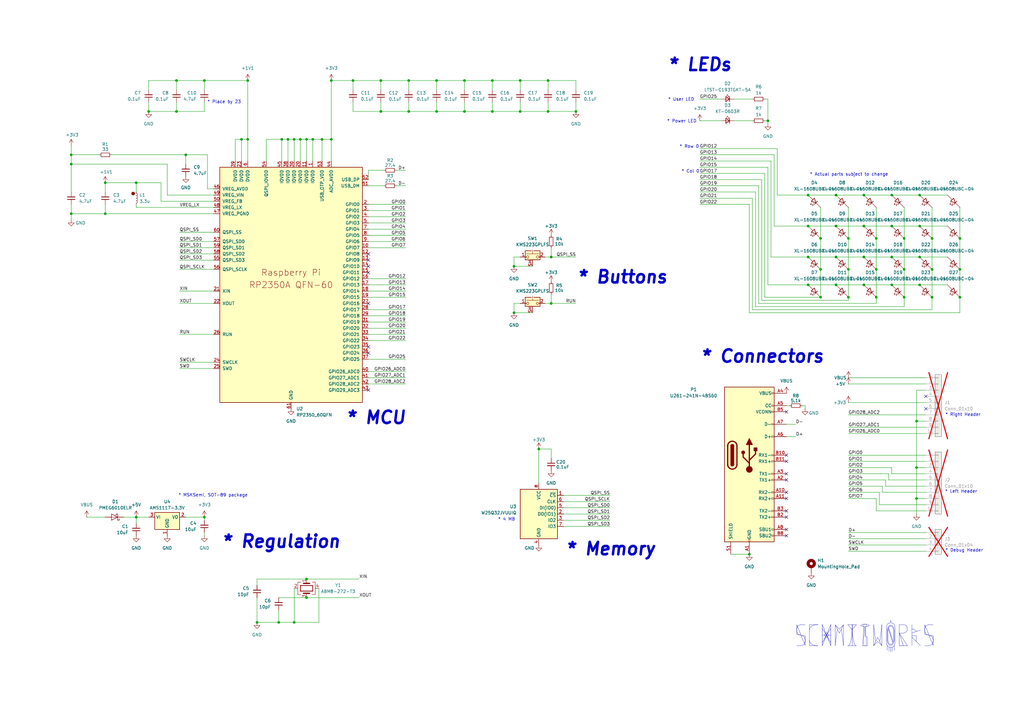
<source format=kicad_sch>
(kicad_sch (version 20250114) (generator "eeschema") (generator_version "9.0")
  (paper "A3")
  (title_block (title "Daedalus") (date "2025-07-05") (rev "C"))
  (bezier (pts (xy 349.5 256.1553) (xy 349.5 256.1553) (xy 349.5 264.8427) (xy 351.25 264.8427)) (stroke (width 0.0974)))
  (bezier (pts (xy 328.4976 256.2032) (xy 328.4976 256.2032) (xy 326.789 256.2032) (xy 326.789 258.3513)) (stroke (width 0.0974)))
  (bezier (pts (xy 379.2885 258.351) (xy 379.2885 260.499) (xy 381 260.499) (xy 381 260.499)) (stroke (width 0.0974)))
  (circle (center 54.61 79.375) (radius 0.635) (stroke (width 0) (color 132 0 0 1)) (fill (type color) (color 132 0 0 1)))
  (polyline (pts (xy 355.6508 256.5295) (xy 355.2835 256.9677) (xy 354.9161 256.9677) (xy 354.9161 260.9114) (xy 355.2835 261.3496) (xy 355.2835 264.855) (xy 354.1815 264.855) (xy 354.5488 256.9677) (xy 354.1815 256.9677) (xy 353.8142 256.5295) (xy 354.1815 256.0914) (xy 355.2835 256.0913) (xy 355.6508 256.5295)) (stroke (width 0.0699) (type solid)))
  (bezier (pts (xy 381 256.2031) (xy 381 256.2031) (xy 379.2885 256.2031) (xy 379.2885 258.351)) (stroke (width 0.0974)))
  (bezier (pts (xy 374.0427 257.9241) (xy 374.0427 257.9241) (xy 375.4277 258.0683) (xy 375.7739 259.0268)) (stroke (width 0.0974)))
  (bezier (pts (xy 363.5817 257.6057) (xy 363.5817 257.6057) (xy 363.5817 255.6289) (xy 364.6332 255.6289)) (stroke (width 0.0974)))
  (bezier (pts (xy 367.0866 257.6057) (xy 367.0866 257.6057) (xy 367.0866 255.6289) (xy 366.0351 255.6289)) (stroke (width 0.0974)))
  (bezier (pts (xy 328.4976 260.4995) (xy 328.4976 260.4995) (xy 330.2062 260.4995) (xy 330.2062 262.6476)) (stroke (width 0.0974)))
  (bezier (pts (xy 332 262.6709) (xy 332 262.6709) (xy 332 264.8427) (xy 335.5 264.8427)) (stroke (width 0.0974)))
  (bezier (pts (xy 367.0866 263.536) (xy 367.0866 263.536) (xy 367.0866 265.5127) (xy 365.3341 265.5127)) (stroke (width 0.0974)))
  (bezier (pts (xy 335.5 256.1553) (xy 335.5 256.1553) (xy 332 256.1553) (xy 332 258.3272)) (stroke (width 0.0974)))
  (bezier (pts (xy 370.4996 256.2027) (xy 370.4996 256.2027) (xy 372.1691 256.2027) (xy 372.1691 257.931)) (stroke (width 0.0974)))
  (bezier (pts (xy 347.75 264.8427) (xy 347.75 264.8427) (xy 349.5 265.2771) (xy 349.5 256.1553)) (stroke (width 0.0974)))
  (bezier (pts (xy 372.1691 257.931) (xy 372.1691 259.6594) (xy 370.4996 259.6594) (xy 370.4996 259.6594)) (stroke (width 0.0974)))
  (bezier (pts (xy 381 260.499) (xy 381 260.499) (xy 382.7115 260.499) (xy 382.7115 262.647)) (stroke (width 0.0974)))
  (polyline (pts (xy 382.7115 264.7458) (xy 381.0851 260.72) (xy 382.7115 260.72) (xy 382.7115 264.7458)) (stroke (width 0.0974) (type solid)))
  (bezier (pts (xy 366.0351 255.6289) (xy 366.0351 255.6289) (xy 365.3341 255.6289) (xy 365.3341 254.4428)) (stroke (width 0.0974)))
  (polyline (pts (xy 365.4065 256.4221) (xy 365.4776 256.4295) (xy 365.5472 256.4419) (xy 365.6155 256.4593) (xy 365.6824 256.4816) (xy 365.748 256.5089) (xy 365.8121 256.5411) (xy 365.8749 256.5783) (xy 365.9363 256.6205) (xy 365.9963 256.6676) (xy 366.0549 256.7196) (xy 366.1122 256.7767) (xy 366.1681 256.8387) (xy 366.2226 256.9056) (xy 366.2757 256.9775) (xy 366.3275 257.0544) (xy 366.377 257.1348) (xy 366.4233 257.2174) (xy 366.4664 257.3021) (xy 366.5063 257.3889) (xy 366.543 257.4779) (xy 366.5765 257.569) (xy 366.6068 257.6623) (xy 366.6339 257.7577) (xy 366.6579 257.8552) (xy 366.6786 257.9549) (xy 366.6962 258.0567) (xy 366.7105 258.1607) (xy 366.7217 258.2668) (xy 366.7297 258.375) (xy 366.7345 258.4854) (xy 366.7361 258.5979) (xy 366.7361 262.5437) (xy 366.7351 262.6257) (xy 366.7323 262.7069) (xy 366.7276 262.7872) (xy 366.7211 262.8666) (xy 366.7126 262.9451) (xy 366.7023 263.0228) (xy 366.6901 263.0995) (xy 366.676 263.1754) (xy 366.66 263.2505) (xy 366.6422 263.3246) (xy 366.6225 263.3979) (xy 366.6009 263.4703) (xy 366.5774 263.5418) (xy 366.5521 263.6124) (xy 366.5248 263.6822) (xy 366.4957 263.7511) (xy 366.4443 263.8687) (xy 366.39 263.9787) (xy 366.3329 264.0811) (xy 366.2729 264.1759) (xy 366.2102 264.2631) (xy 366.1446 264.3428) (xy 366.0763 264.4148) (xy 366.0051 264.4793) (xy 365.931 264.5362) (xy 365.893 264.5618) (xy 365.8542 264.5855) (xy 365.8148 264.6073) (xy 365.7746 264.6272) (xy 365.7337 264.6452) (xy 365.6921 264.6613) (xy 365.6498 264.6756) (xy 365.6069 264.6879) (xy 365.5632 264.6983) (xy 365.5188 264.7068) (xy 365.4737 264.7135) (xy 365.4279 264.7182) (xy 365.3341 264.722) (xy 365.2627 264.7195) (xy 365.1926 264.7121) (xy 365.1237 264.6997) (xy 365.0562 264.6823) (xy 364.9901 264.66) (xy 364.9252 264.6327) (xy 364.8616 264.6005) (xy 364.7994 264.5633) (xy 364.7385 264.5212) (xy 364.6788 264.474) (xy 364.6205 264.422) (xy 364.5636 264.3649) (xy 364.5079 264.3029) (xy 364.4535 264.236) (xy 364.4005 264.1641) (xy 364.3488 264.0872) (xy 364.2983 264.0068) (xy 364.2511 263.9242) (xy 364.2072 263.8395) (xy 364.1665 263.7527) (xy 364.1291 263.6637) (xy 364.0949 263.5726) (xy 364.064 263.4793) (xy 364.0363 263.3839) (xy 364.0119 263.2864) (xy 363.9908 263.1867) (xy 363.9729 263.0849) (xy 363.9582 262.9809) (xy 363.9468 262.8748) (xy 363.9387 262.7666) (xy 363.9338 262.6562) (xy 363.9322 262.5437) (xy 363.9322 258.5979) (xy 364.1885 258.5979) (xy 364.1885 262.5437) (xy 364.1899 262.6347) (xy 364.1938 262.724) (xy 364.2004 262.8117) (xy 364.2096 262.8977) (xy 364.2214 262.982) (xy 364.2359 263.0648) (xy 364.2529 263.1458) (xy 364.2727 263.2252) (xy 364.295 263.303) (xy 364.32 263.3791) (xy 364.3476 263.4535) (xy 364.3778 263.5263) (xy 364.4107 263.5974) (xy 364.4461 263.6669) (xy 364.4843 263.7347) (xy 364.525 263.8009) (xy 364.5676 263.8642) (xy 364.6112 263.9234) (xy 364.656 263.9786) (xy 364.7017 264.0296) (xy 364.7486 264.0766) (xy 364.7965 264.1195) (xy 364.8455 264.1583) (xy 364.8955 264.193) (xy 364.9466 264.2236) (xy 364.9988 264.2502) (xy 365.052 264.2726) (xy 365.079 264.2823) (xy 365.1063 264.291) (xy 365.1339 264.2987) (xy 365.1617 264.3053) (xy 365.1897 264.3109) (xy 365.2181 264.3155) (xy 365.2756 264.3217) (xy 365.3341 264.3237) (xy 365.3967 264.3213) (xy 365.458 264.314) (xy 365.5183 264.3018) (xy 365.5775 264.2848) (xy 365.6355 264.2629) (xy 365.6924 264.2362) (xy 365.7481 264.2046) (xy 365.8028 264.1681) (xy 365.8563 264.1268) (xy 365.9087 264.0806) (xy 365.9599 264.0295) (xy 366.0101 263.9736) (xy 366.0591 263.9128) (xy 366.1069 263.8472) (xy 366.1537 263.7767) (xy 366.1993 263.7013) (xy 364.3007 257.8262) (xy 364.2744 257.9199) (xy 364.2516 258.0144) (xy 364.2323 258.1097) (xy 364.2166 258.2058) (xy 364.2043 258.3027) (xy 364.1955 258.4003) (xy 364.1903 258.4987) (xy 364.1885 258.5979) (xy 363.9322 258.5979) (xy 363.9331 258.5174) (xy 363.9359 258.4376) (xy 363.9406 258.3587) (xy 363.9472 258.2805) (xy 363.9557 258.2031) (xy 363.966 258.1265) (xy 363.9782 258.0506) (xy 363.9923 257.9755) (xy 364.0082 257.9012) (xy 364.0261 257.8277) (xy 364.0458 257.755) (xy 364.0674 257.683) (xy 364.0908 257.6118) (xy 364.1162 257.5414) (xy 364.1434 257.4718) (xy 364.1567 257.4403) (xy 364.4689 257.4403) (xy 366.3595 263.3279) (xy 366.3858 263.234) (xy 366.4086 263.1388) (xy 366.4279 263.0426) (xy 366.4437 262.9451) (xy 366.4559 262.8465) (xy 366.4647 262.7468) (xy 366.4699 262.6458) (xy 366.4717 262.5437) (xy 366.4717 258.5979) (xy 366.4704 258.5069) (xy 366.4666 258.4176) (xy 366.4602 258.3299) (xy 366.4512 258.2439) (xy 366.4396 258.1596) (xy 366.4255 258.0769) (xy 366.4088 257.9958) (xy 366.3896 257.9164) (xy 366.3678 257.8386) (xy 366.3434 257.7626) (xy 366.3165 257.6881) (xy 366.2869 257.6153) (xy 366.2549 257.5442) (xy 366.2202 257.4747) (xy 366.183 257.4069) (xy 366.1432 257.3407) (xy 366.1007 257.2774) (xy 366.057 257.2182) (xy 366.0123 257.163) (xy 365.9665 257.112) (xy 365.9197 257.065) (xy 365.8717 257.0221) (xy 365.8228 256.9833) (xy 365.7727 256.9486) (xy 365.7216 256.918) (xy 365.6695 256.8914) (xy 365.6162 256.869) (xy 365.5892 256.8593) (xy 365.5619 256.8506) (xy 365.5344 256.8429) (xy 365.5066 256.8363) (xy 365.4785 256.8307) (xy 365.4502 256.8261) (xy 365.3927 256.82) (xy 365.3341 256.8179) (xy 365.2697 256.8203) (xy 365.2067 256.8276) (xy 365.1451 256.8398) (xy 365.0848 256.8568) (xy 365.0259 256.8787) (xy 364.9684 256.9054) (xy 364.9122 256.937) (xy 364.8575 256.9735) (xy 364.8041 257.0148) (xy 364.7521 257.061) (xy 364.7014 257.1121) (xy 364.6522 257.168) (xy 364.6043 257.2288) (xy 364.5578 257.2944) (xy 364.5127 257.3649) (xy 364.4689 257.4403) (xy 364.1567 257.4403) (xy 364.1725 257.4029) (xy 364.2249 257.2839) (xy 364.28 257.1725) (xy 364.3378 257.0688) (xy 364.3983 256.9727) (xy 364.4615 256.8844) (xy 364.5274 256.8037) (xy 364.596 256.7307) (xy 364.6672 256.6654) (xy 364.7412 256.6078) (xy 364.7791 256.5819) (xy 364.8178 256.5579) (xy 364.8571 256.5358) (xy 364.8971 256.5156) (xy 364.9378 256.4974) (xy 364.9791 256.4811) (xy 365.0212 256.4667) (xy 365.0639 256.4542) (xy 365.1072 256.4436) (xy 365.1513 256.435) (xy 365.196 256.4282) (xy 365.2413 256.4234) (xy 365.3341 256.4196) (xy 365.4065 256.4221)) (stroke (width 0.0976) (type solid)))
  (polyline (pts (xy 380.9635 260.2747) (xy 379.2885 260.2747) (xy 379.2885 256.2556) (xy 380.9635 260.2747)) (stroke (width 0.0974) (type solid)))
  (bezier (pts (xy 382.7115 262.647) (xy 382.7115 264.795) (xy 381 264.795) (xy 381 264.795)) (stroke (width 0.0974)))
  (polyline (pts (xy 339.0346 259.5895) (xy 339.069 259.5927) (xy 339.1031 259.598) (xy 339.1368 259.6054) (xy 339.1702 259.6148) (xy 339.203 259.6262) (xy 339.2354 259.6396) (xy 339.2671 259.655) (xy 339.2983 259.6723) (xy 339.3287 259.6915) (xy 339.3584 259.7125) (xy 339.3873 259.7354) (xy 339.4153 259.7601) (xy 339.4424 259.7865) (xy 339.4685 259.8148) (xy 339.4936 259.8447) (xy 339.5174 259.8761) (xy 339.5399 259.9088) (xy 339.5611 259.9428) (xy 339.5807 259.9779) (xy 339.599 260.0141) (xy 339.6158 260.0514) (xy 339.6311 260.0895) (xy 339.6449 260.1285) (xy 339.6571 260.1684) (xy 339.6678 260.2089) (xy 339.677 260.2501) (xy 339.6845 260.2919) (xy 339.6904 260.3342) (xy 339.6946 260.3769) (xy 339.6972 260.42) (xy 339.698 260.4634) (xy 339.6971 260.5084) (xy 339.6944 260.5528) (xy 339.69 260.5966) (xy 339.6838 260.6397) (xy 339.6666 260.7236) (xy 339.6432 260.804) (xy 339.6138 260.8804) (xy 339.5788 260.9526) (xy 339.5386 261.0199) (xy 339.4936 261.0821) (xy 339.4693 261.111) (xy 339.444 261.1385) (xy 339.4176 261.1645) (xy 339.3903 261.1889) (xy 339.362 261.2117) (xy 339.3327 261.2327) (xy 339.3026 261.2521) (xy 339.2717 261.2696) (xy 339.24 261.2853) (xy 339.2076 261.299) (xy 339.1745 261.3108) (xy 339.1407 261.3206) (xy 339.1063 261.3283) (xy 339.0714 261.3338) (xy 339.036 261.3372) (xy 339 261.3383) (xy 338.9654 261.3373) (xy 338.931 261.3341) (xy 338.897 261.3288) (xy 338.8632 261.3214) (xy 338.8299 261.312) (xy 338.797 261.3005) (xy 338.7647 261.2871) (xy 338.7329 261.2718) (xy 338.7018 261.2545) (xy 338.6714 261.2353) (xy 338.6417 261.2142) (xy 338.6128 261.1913) (xy 338.5848 261.1667) (xy 338.5577 261.1402) (xy 338.5316 261.112) (xy 338.5065 261.0821) (xy 338.4826 261.0506) (xy 338.4601 261.0179) (xy 338.439 260.9839) (xy 338.4193 260.9488) (xy 338.4011 260.9126) (xy 338.3843 260.8754) (xy 338.369 260.8372) (xy 338.3552 260.7982) (xy 338.3429 260.7584) (xy 338.3322 260.7179) (xy 338.3231 260.6767) (xy 338.3156 260.6349) (xy 338.3097 260.5926) (xy 338.3055 260.5499) (xy 338.3029 260.5068) (xy 338.302 260.4634) (xy 338.3029 260.42) (xy 338.3055 260.3769) (xy 338.3097 260.3342) (xy 338.3156 260.2919) (xy 338.3231 260.2501) (xy 338.3322 260.2089) (xy 338.3429 260.1684) (xy 338.3552 260.1285) (xy 338.369 260.0895) (xy 338.3843 260.0514) (xy 338.4011 260.0141) (xy 338.4193 259.9779) (xy 338.439 259.9428) (xy 338.4601 259.9088) (xy 338.4826 259.8761) (xy 338.5065 259.8447) (xy 338.5316 259.8148) (xy 338.5577 259.7865) (xy 338.5848 259.7601) (xy 338.6128 259.7354) (xy 338.6417 259.7125) (xy 338.6714 259.6915) (xy 338.7018 259.6723) (xy 338.7329 259.655) (xy 338.7647 259.6396) (xy 338.797 259.6262) (xy 338.8299 259.6148) (xy 338.8632 259.6054) (xy 338.897 259.598) (xy 338.931 259.5927) (xy 338.9654 259.5895) (xy 339 259.5884) (xy 339.0346 259.5895)) (stroke (width 0.107) (type solid)))
  (bezier (pts (xy 330.2062 262.6476) (xy 330.2062 264.7958) (xy 328.4976 264.7958) (xy 328.4976 264.7958)) (stroke (width 0.0974)))
  (polyline (pts (xy 330.2062 264.7466) (xy 328.5825 260.7205) (xy 330.2062 260.7205) (xy 330.2062 264.7466)) (stroke (width 0.0974) (type solid)))
  (bezier (pts (xy 326.789 258.3513) (xy 326.789 260.4995) (xy 328.4976 260.4995) (xy 328.4976 260.4995)) (stroke (width 0.0974)))
  (bezier (pts (xy 364.6332 255.6289) (xy 364.6332 255.6289) (xy 365.3341 255.6289) (xy 365.3341 254.4428)) (stroke (width 0.0974)))
  (polyline (pts (xy 355.8 256.0943) (xy 356.5 256.5318) (xy 355.8 256.9693) (xy 355.1 256.9693) (xy 355.1 260.9068) (xy 355.8 261.3441) (xy 355.8 264.8441) (xy 353.7 264.8441) (xy 354.4 256.9691) (xy 353.7 256.9691) (xy 353 256.5316) (xy 353.7 256.0941) (xy 355.8 256.0943)) (stroke (width 0.0699) (type solid)))
  (bezier (pts (xy 365.3341 265.5127) (xy 363.5817 265.5127) (xy 363.5817 263.536) (xy 363.5817 263.536)) (stroke (width 0.0974)))
  (polyline (pts (xy 328.4612 260.2751) (xy 326.789 260.2751) (xy 326.789 256.2557) (xy 328.4612 260.2751)) (stroke (width 0.0974) (type solid)))
  (text "* Memory" (at 250.444 225.298 0) (effects (font (size 5.08 5.08) (thickness 1.016) (bold yes) (italic yes))))
  (text "* Row 0" (at 282.702 60.198 0) (effects (font (size 1.27 1.27))))
  (text "* Regulation" (at 115.316 222.25 0) (effects (font (size 5.08 5.08) (thickness 1.016) (bold yes) (italic yes))))
  (text "* Buttons" (at 255.27 113.792 0) (effects (font (size 5.08 5.08) (thickness 1.016) (bold yes) (italic yes))))
  (text "* Connectors" (at 312.674 146.304 0) (effects (font (size 5.08 5.08) (thickness 1.016) (bold yes) (italic yes))))
  (text "* Col 0" (at 283.21 70.358 0) (effects (font (size 1.27 1.27))))
  (text "* User LED" (at 279.4 40.894 0) (effects (font (size 1.27 1.27))))
  (text "* MCU" (at 154.178 171.45 0) (effects (font (size 5.08 5.08) (thickness 1.016) (bold yes) (italic yes))))
  (text "* Debug Header" (at 395.478 225.806 0) (effects (font (size 1.27 1.27))))
  (text "* MSKSemi, SOT-89 package" (at 87.376 203.2 0) (effects (font (size 1.27 1.27))))
  (text "* Place by 23" (at 91.948 41.91 0) (effects (font (size 1.27 1.27))))
  (text "* Right Header" (at 394.97 170.18 0) (effects (font (size 1.27 1.27))))
  (text "* 4 MB" (at 207.772 213.106 0) (effects (font (size 1.27 1.27))))
  (text "* Power LED" (at 279.654 49.784 0) (effects (font (size 1.27 1.27))))
  (text "* LEDs" (at 287.02 26.67 0) (effects (font (size 5.08 5.08) (thickness 1.016) (bold yes) (italic yes))))
  (text "* Left Header" (at 394.208 201.676 0) (effects (font (size 1.27 1.27))))
  (text "* Actual parts subject to change" (at 348.234 71.628 0) (effects (font (size 1.27 1.27))))
  (junction (at 179.07 33.02))
  (junction (at 120.65 57.15))
  (junction (at 101.6 57.15))
  (junction (at 370.84 121.92))
  (junction (at 375.92 204.47))
  (junction (at 43.18 87.63))
  (junction (at 236.22 45.72))
  (junction (at 336.55 110.49))
  (junction (at 29.21 63.5))
  (junction (at 210.82 109.22))
  (junction (at 132.08 57.15))
  (junction (at 125.73 245.11))
  (junction (at 55.88 212.09))
  (junction (at 307.34 227.33))
  (junction (at 76.2 63.5))
  (junction (at 190.5 45.72))
  (junction (at 342.9 80.01))
  (junction (at 135.89 33.02))
  (junction (at 342.9 105.41))
  (junction (at 125.73 237.49))
  (junction (at 72.39 33.02))
  (junction (at 120.65 255.27))
  (junction (at 382.27 97.79))
  (junction (at 128.27 57.15))
  (junction (at 55.88 74.93))
  (junction (at 370.84 97.79))
  (junction (at 156.21 45.72))
  (junction (at 359.41 97.79))
  (junction (at 375.92 172.72))
  (junction (at 393.7 121.92))
  (junction (at 101.6 33.02))
  (junction (at 201.93 33.02))
  (junction (at 359.41 121.92))
  (junction (at 43.18 74.93))
  (junction (at 118.11 57.15))
  (junction (at 123.19 57.15))
  (junction (at 382.27 110.49))
  (junction (at 382.27 121.92))
  (junction (at 354.33 105.41))
  (junction (at 115.57 57.15))
  (junction (at 114.3 255.27))
  (junction (at 226.06 124.46))
  (junction (at 347.98 121.92))
  (junction (at 220.98 184.15))
  (junction (at 331.47 80.01))
  (junction (at 365.76 92.71))
  (junction (at 83.82 33.02))
  (junction (at 156.21 33.02))
  (junction (at 342.9 116.84))
  (junction (at 359.41 110.49))
  (junction (at 342.9 92.71))
  (junction (at 72.39 45.72))
  (junction (at 354.33 116.84))
  (junction (at 213.36 45.72))
  (junction (at 190.5 33.02))
  (junction (at 314.96 49.53))
  (junction (at 336.55 97.79))
  (junction (at 167.64 45.72))
  (junction (at 105.41 255.27))
  (junction (at 201.93 45.72))
  (junction (at 331.47 92.71))
  (junction (at 226.06 105.41))
  (junction (at 224.79 33.02))
  (junction (at 393.7 110.49))
  (junction (at 347.98 97.79))
  (junction (at 365.76 105.41))
  (junction (at 60.96 45.72))
  (junction (at 167.64 33.02))
  (junction (at 365.76 116.84))
  (junction (at 370.84 110.49))
  (junction (at 347.98 110.49))
  (junction (at 135.89 57.15))
  (junction (at 354.33 80.01))
  (junction (at 377.19 80.01))
  (junction (at 331.47 105.41))
  (junction (at 365.76 80.01))
  (junction (at 179.07 45.72))
  (junction (at 29.21 67.31))
  (junction (at 331.47 116.84))
  (junction (at 375.92 191.77))
  (junction (at 29.21 87.63))
  (junction (at 336.55 121.92))
  (junction (at 125.73 57.15))
  (junction (at 224.79 45.72))
  (junction (at 393.7 97.79))
  (junction (at 377.19 116.84))
  (junction (at 213.36 33.02))
  (junction (at 99.06 57.15))
  (junction (at 210.82 128.27))
  (junction (at 377.19 105.41))
  (junction (at 83.82 212.09))
  (junction (at 354.33 92.71))
  (junction (at 144.78 33.02))
  (junction (at 377.19 92.71))
  (no_connect (at 151.13 160.02))
  (no_connect (at 322.58 204.47))
  (no_connect (at 151.13 144.78))
  (no_connect (at 379.73 162.56))
  (no_connect (at 151.13 124.46))
  (no_connect (at 151.13 106.68))
  (no_connect (at 322.58 168.91))
  (no_connect (at 151.13 111.76))
  (no_connect (at 151.13 109.22))
  (no_connect (at 151.13 142.24))
  (no_connect (at 322.58 189.23))
  (no_connect (at 322.58 212.09))
  (no_connect (at 322.58 196.85))
  (no_connect (at 322.58 219.71))
  (no_connect (at 322.58 194.31))
  (no_connect (at 322.58 217.17))
  (no_connect (at 322.58 201.93))
  (no_connect (at 322.58 186.69))
  (no_connect (at 322.58 209.55))
  (no_connect (at 379.73 167.64))
  (no_connect (at 151.13 104.14))
  (wire (pts (xy 179.07 45.72) (xy 179.07 41.91)))
  (wire (pts (xy 318.77 60.96) (xy 318.77 80.01)))
  (wire (pts (xy 76.2 63.5) (xy 85.09 63.5)))
  (wire (pts (xy 83.82 33.02) (xy 101.6 33.02)))
  (wire (pts (xy 311.15 124.46) (xy 359.41 124.46)))
  (wire (pts (xy 43.18 74.93) (xy 43.18 78.74)))
  (wire (pts (xy 210.82 124.46) (xy 213.36 124.46)))
  (wire (pts (xy 60.96 36.83) (xy 60.96 33.02)))
  (polyline (pts (xy 342.5384 264.7958) (xy 343.3942 258.0113)) (stroke (width 0.0974) (type solid)))
  (wire (pts (xy 83.82 212.09) (xy 83.82 213.36)))
  (wire (pts (xy 87.63 99.06) (xy 73.66 99.06)))
  (wire (pts (xy 179.07 36.83) (xy 179.07 33.02)))
  (wire (pts (xy 156.21 41.91) (xy 156.21 45.72)))
  (wire (pts (xy 236.22 36.83) (xy 236.22 33.02)))
  (wire (pts (xy 151.13 154.94) (xy 166.37 154.94)))
  (wire (pts (xy 123.19 57.15) (xy 125.73 57.15)))
  (polyline (pts (xy 339 260.493) (xy 340.75 264.8428)) (stroke (width 0.107) (type solid)))
  (polyline (pts (xy 381 264.795) (xy 379.2885 264.795)) (stroke (width 0.0974) (type solid)))
  (polyline (pts (xy 374.0427 260.6724) (xy 375.7739 260.6724)) (stroke (width 0.0974) (type solid)))
  (wire (pts (xy 87.63 119.38) (xy 73.66 119.38)))
  (polyline (pts (xy 363.9322 264.7734) (xy 363.9322 266.6988)) (stroke (width 0.0974) (type solid)))
  (wire (pts (xy 312.42 73.66) (xy 312.42 123.19)))
  (polyline (pts (xy 374.0427 261.3594) (xy 377.5051 264.7947)) (stroke (width 0.0974) (type solid)))
  (wire (pts (xy 382.27 121.92) (xy 382.27 110.49)))
  (wire (pts (xy 87.63 137.16) (xy 73.66 137.16)))
  (wire (pts (xy 375.92 204.47) (xy 375.92 210.82)))
  (wire (pts (xy 135.89 33.02) (xy 135.89 57.15)))
  (wire (pts (xy 35.56 212.09) (xy 43.18 212.09)))
  (polyline (pts (xy 344.25 258.0113) (xy 345.9616 256.3152)) (stroke (width 0.0974) (type solid)))
  (polyline (pts (xy 337.2501 256.1432) (xy 339 260.493)) (stroke (width 0.107) (type solid)))
  (wire (pts (xy 300.99 40.64) (xy 308.61 40.64)))
  (wire (pts (xy 379.73 199.39) (xy 363.22 199.39)))
  (polyline (pts (xy 374.0427 261.3594) (xy 374.0427 264.7947)) (stroke (width 0.0974) (type solid)))
  (wire (pts (xy 287.02 66.04) (xy 316.23 66.04)))
  (wire (pts (xy 316.23 66.04) (xy 316.23 105.41)))
  (wire (pts (xy 120.65 255.27) (xy 130.81 255.27)))
  (wire (pts (xy 151.13 99.06) (xy 166.37 99.06)))
  (wire (pts (xy 125.73 66.04) (xy 125.73 57.15)))
  (wire (pts (xy 144.78 36.83) (xy 144.78 33.02)))
  (wire (pts (xy 210.82 128.27) (xy 218.44 128.27)))
  (wire (pts (xy 128.27 66.04) (xy 128.27 57.15)))
  (polyline (pts (xy 347.75 264.8427) (xy 351.25 264.8427)) (stroke (width 0.0974) (type solid)))
  (wire (pts (xy 393.7 85.09) (xy 393.7 97.79)))
  (polyline (pts (xy 360.8556 263.1161) (xy 361.7113 256.2035)) (stroke (width 0.0974) (type solid)))
  (wire (pts (xy 151.13 129.54) (xy 166.37 129.54)))
  (wire (pts (xy 29.21 67.31) (xy 29.21 78.74)))
  (wire (pts (xy 379.73 196.85) (xy 364.49 196.85)))
  (wire (pts (xy 379.73 165.1) (xy 347.98 165.1)))
  (wire (pts (xy 118.11 66.04) (xy 118.11 57.15)))
  (wire (pts (xy 342.9 80.01) (xy 354.33 80.01)))
  (wire (pts (xy 308.61 81.28) (xy 308.61 127)))
  (wire (pts (xy 43.18 87.63) (xy 87.63 87.63)))
  (wire (pts (xy 123.19 66.04) (xy 123.19 57.15)))
  (wire (pts (xy 287.02 78.74) (xy 309.88 78.74)))
  (wire (pts (xy 144.78 45.72) (xy 156.21 45.72)))
  (wire (pts (xy 317.5 92.71) (xy 331.47 92.71)))
  (wire (pts (xy 125.73 57.15) (xy 128.27 57.15)))
  (polyline (pts (xy 347.75 256.1553) (xy 349.5 258.3272)) (stroke (width 0.0974) (type solid)))
  (wire (pts (xy 87.63 101.6) (xy 73.66 101.6)))
  (polyline (pts (xy 382.7115 256.2031) (xy 381 256.2031)) (stroke (width 0.0974) (type solid)))
  (polyline (pts (xy 349.5 258.3272) (xy 351.25 256.1553)) (stroke (width 0.0974) (type solid)))
  (wire (pts (xy 55.88 85.09) (xy 55.88 83.82)))
  (wire (pts (xy 365.76 116.84) (xy 377.19 116.84)))
  (wire (pts (xy 370.84 97.79) (xy 370.84 85.09)))
  (wire (pts (xy 347.98 223.52) (xy 379.73 223.52)))
  (wire (pts (xy 60.96 41.91) (xy 60.96 45.72)))
  (polyline (pts (xy 342.5384 264.7958) (xy 342.5384 256.3152)) (stroke (width 0.0974) (type solid)))
  (wire (pts (xy 76.2 63.5) (xy 76.2 67.31)))
  (wire (pts (xy 236.22 33.02) (xy 224.79 33.02)))
  (wire (pts (xy 347.98 154.94) (xy 379.73 154.94)))
  (wire (pts (xy 314.96 49.53) (xy 313.69 49.53)))
  (wire (pts (xy 213.36 36.83) (xy 213.36 33.02)))
  (wire (pts (xy 365.76 92.71) (xy 377.19 92.71)))
  (wire (pts (xy 151.13 83.82) (xy 166.37 83.82)))
  (wire (pts (xy 87.63 148.59) (xy 73.66 148.59)))
  (wire (pts (xy 226.06 124.46) (xy 236.22 124.46)))
  (wire (pts (xy 151.13 132.08) (xy 166.37 132.08)))
  (wire (pts (xy 201.93 36.83) (xy 201.93 33.02)))
  (wire (pts (xy 210.82 109.22) (xy 218.44 109.22)))
  (wire (pts (xy 151.13 93.98) (xy 166.37 93.98)))
  (wire (pts (xy 224.79 45.72) (xy 224.79 41.91)))
  (wire (pts (xy 120.65 57.15) (xy 123.19 57.15)))
  (wire (pts (xy 347.98 196.85) (xy 363.22 196.85)))
  (wire (pts (xy 151.13 134.62) (xy 166.37 134.62)))
  (wire (pts (xy 382.27 97.79) (xy 382.27 85.09)))
  (wire (pts (xy 87.63 106.68) (xy 73.66 106.68)))
  (wire (pts (xy 360.68 201.93) (xy 360.68 207.01)))
  (wire (pts (xy 318.77 80.01) (xy 331.47 80.01)))
  (wire (pts (xy 179.07 45.72) (xy 190.5 45.72)))
  (wire (pts (xy 66.04 82.55) (xy 66.04 74.93)))
  (polyline (pts (xy 340.745 263.5258) (xy 339 260.4634)) (stroke (width 0.107) (type solid)))
  (wire (pts (xy 287.02 76.2) (xy 311.15 76.2)))
  (wire (pts (xy 287.02 71.12) (xy 313.69 71.12)))
  (wire (pts (xy 375.92 172.72) (xy 375.92 191.77)))
  (polyline (pts (xy 370.4996 259.6594) (xy 368.83 259.6594)) (stroke (width 0.0974) (type solid)))
  (wire (pts (xy 157.48 76.2) (xy 151.13 76.2)))
  (wire (pts (xy 382.27 127) (xy 382.27 121.92)))
  (wire (pts (xy 190.5 45.72) (xy 190.5 41.91)))
  (wire (pts (xy 87.63 104.14) (xy 73.66 104.14)))
  (wire (pts (xy 226.06 120.65) (xy 226.06 124.46)))
  (wire (pts (xy 287.02 40.64) (xy 295.91 40.64)))
  (wire (pts (xy 330.2 166.37) (xy 328.93 166.37)))
  (wire (pts (xy 101.6 66.04) (xy 101.6 57.15)))
  (wire (pts (xy 99.06 66.04) (xy 99.06 57.15)))
  (wire (pts (xy 190.5 33.02) (xy 201.93 33.02)))
  (wire (pts (xy 342.9 116.84) (xy 354.33 116.84)))
  (wire (pts (xy 370.84 110.49) (xy 370.84 97.79)))
  (wire (pts (xy 135.89 33.02) (xy 144.78 33.02)))
  (wire (pts (xy 382.27 110.49) (xy 382.27 97.79)))
  (wire (pts (xy 287.02 60.96) (xy 318.77 60.96)))
  (wire (pts (xy 359.41 97.79) (xy 359.41 85.09)))
  (wire (pts (xy 309.88 78.74) (xy 309.88 125.73)))
  (wire (pts (xy 151.13 88.9) (xy 166.37 88.9)))
  (wire (pts (xy 377.19 80.01) (xy 388.62 80.01)))
  (polyline (pts (xy 347.75 256.1553) (xy 351.25 256.1553)) (stroke (width 0.0974) (type solid)))
  (polyline (pts (xy 339 260.4634) (xy 340.745 257.8385)) (stroke (width 0.107) (type solid)))
  (polyline (pts (xy 345.1058 258.0113) (xy 345.9616 264.7958)) (stroke (width 0.0974) (type solid)))
  (wire (pts (xy 156.21 36.83) (xy 156.21 33.02)))
  (wire (pts (xy 29.21 87.63) (xy 29.21 90.17)))
  (wire (pts (xy 50.8 212.09) (xy 55.88 212.09)))
  (wire (pts (xy 393.7 97.79) (xy 393.7 110.49)))
  (polyline (pts (xy 366.7361 264.7734) (xy 366.7361 266.6988)) (stroke (width 0.0974) (type solid)))
  (polyline (pts (xy 340.75 256.1431) (xy 340.75 264.8442)) (stroke (width 0.107) (type solid)))
  (wire (pts (xy 213.36 45.72) (xy 224.79 45.72)))
  (wire (pts (xy 151.13 114.3) (xy 166.37 114.3)))
  (wire (pts (xy 105.41 255.27) (xy 114.3 255.27)))
  (wire (pts (xy 68.58 80.01) (xy 87.63 80.01)))
  (polyline (pts (xy 349.5 264.8427) (xy 349.5 256.1553)) (stroke (width 0.0974) (type solid)))
  (wire (pts (xy 307.34 128.27) (xy 393.7 128.27)))
  (wire (pts (xy 360.68 207.01) (xy 379.73 207.01)))
  (wire (pts (xy 309.88 125.73) (xy 370.84 125.73)))
  (wire (pts (xy 331.47 105.41) (xy 342.9 105.41)))
  (wire (pts (xy 162.56 69.85) (xy 166.37 69.85)))
  (wire (pts (xy 342.9 92.71) (xy 354.33 92.71)))
  (wire (pts (xy 179.07 33.02) (xy 190.5 33.02)))
  (polyline (pts (xy 368.83 259.6594) (xy 372.1692 264.8444)) (stroke (width 0.0974) (type solid)))
  (polyline (pts (xy 368.83 259.6594) (xy 370.4996 264.8444)) (stroke (width 0.0974) (type solid)))
  (wire (pts (xy 118.11 57.15) (xy 120.65 57.15)))
  (wire (pts (xy 72.39 45.72) (xy 60.96 45.72)))
  (wire (pts (xy 231.14 208.28) (xy 250.19 208.28)))
  (wire (pts (xy 323.85 166.37) (xy 322.58 166.37)))
  (wire (pts (xy 151.13 96.52) (xy 166.37 96.52)))
  (wire (pts (xy 359.41 204.47) (xy 359.41 209.55)))
  (wire (pts (xy 220.98 184.15) (xy 220.98 198.12)))
  (wire (pts (xy 72.39 45.72) (xy 83.82 45.72)))
  (wire (pts (xy 72.39 33.02) (xy 83.82 33.02)))
  (wire (pts (xy 314.96 116.84) (xy 331.47 116.84)))
  (wire (pts (xy 359.41 121.92) (xy 359.41 110.49)))
  (wire (pts (xy 83.82 41.91) (xy 83.82 45.72)))
  (wire (pts (xy 55.88 85.09) (xy 87.63 85.09)))
  (polyline (pts (xy 337.2551 257.8385) (xy 339 260.4634)) (stroke (width 0.107) (type solid)))
  (wire (pts (xy 354.33 116.84) (xy 365.76 116.84)))
  (wire (pts (xy 68.58 67.31) (xy 68.58 80.01)))
  (wire (pts (xy 393.7 121.92) (xy 393.7 128.27)))
  (polyline (pts (xy 363.5817 261.5592) (xy 363.5817 257.6057)) (stroke (width 0.0974) (type solid)))
  (polyline (pts (xy 368.83 264.8444) (xy 368.83 256.2027)) (stroke (width 0.0974) (type solid)))
  (wire (pts (xy 359.41 110.49) (xy 359.41 97.79)))
  (polyline (pts (xy 359.9999 263.1161) (xy 361.7113 264.8443)) (stroke (width 0.0974) (type solid)))
  (polyline (pts (xy 364.6332 265.3825) (xy 364.6332 267.0941)) (stroke (width 0.0974) (type solid)))
  (wire (pts (xy 72.39 33.02) (xy 60.96 33.02)))
  (wire (pts (xy 220.98 184.15) (xy 226.06 184.15)))
  (wire (pts (xy 342.9 105.41) (xy 354.33 105.41)))
  (wire (pts (xy 125.73 245.11) (xy 147.32 245.11)))
  (wire (pts (xy 377.19 92.71) (xy 388.62 92.71)))
  (wire (pts (xy 347.98 170.18) (xy 379.73 170.18)))
  (wire (pts (xy 115.57 57.15) (xy 118.11 57.15)))
  (wire (pts (xy 55.88 74.93) (xy 55.88 78.74)))
  (wire (pts (xy 299.72 227.33) (xy 307.34 227.33)))
  (wire (pts (xy 105.41 237.49) (xy 125.73 237.49)))
  (wire (pts (xy 226.06 101.6) (xy 226.06 105.41)))
  (wire (pts (xy 365.76 80.01) (xy 377.19 80.01)))
  (wire (pts (xy 96.52 57.15) (xy 99.06 57.15)))
  (wire (pts (xy 365.76 105.41) (xy 377.19 105.41)))
  (wire (pts (xy 29.21 63.5) (xy 40.64 63.5)))
  (wire (pts (xy 132.08 66.04) (xy 132.08 57.15)))
  (wire (pts (xy 45.72 63.5) (xy 76.2 63.5)))
  (polyline (pts (xy 342.5384 256.3152) (xy 344.25 258.0113)) (stroke (width 0.0974) (type solid)))
  (wire (pts (xy 331.47 92.71) (xy 342.9 92.71)))
  (wire (pts (xy 231.14 203.2) (xy 250.19 203.2)))
  (wire (pts (xy 114.3 245.11) (xy 125.73 245.11)))
  (polyline (pts (xy 367.0866 261.5592) (xy 367.0866 257.6057)) (stroke (width 0.0974) (type solid)))
  (wire (pts (xy 151.13 152.4) (xy 166.37 152.4)))
  (wire (pts (xy 99.06 57.15) (xy 101.6 57.15)))
  (polyline (pts (xy 342.5384 256.3152) (xy 344.25 259.7074)) (stroke (width 0.0974) (type solid)))
  (wire (pts (xy 370.84 121.92) (xy 370.84 110.49)))
  (polyline (pts (xy 363.5817 263.536) (xy 363.5817 261.5592)) (stroke (width 0.0974) (type solid)))
  (wire (pts (xy 287.02 81.28) (xy 308.61 81.28)))
  (polyline (pts (xy 332 262.6709) (xy 332 264.8427)) (stroke (width 0.0974) (type solid)))
  (wire (pts (xy 226.06 105.41) (xy 236.22 105.41)))
  (wire (pts (xy 379.73 175.26) (xy 347.98 175.26)))
  (wire (pts (xy 151.13 137.16) (xy 166.37 137.16)))
  (wire (pts (xy 287.02 49.53) (xy 295.91 49.53)))
  (polyline (pts (xy 359.9999 261.3879) (xy 361.7113 264.8443)) (stroke (width 0.0974) (type solid)))
  (wire (pts (xy 87.63 95.25) (xy 73.66 95.25)))
  (wire (pts (xy 87.63 82.55) (xy 66.04 82.55)))
  (polyline (pts (xy 332 256.1553) (xy 335.5 256.1553)) (stroke (width 0.0974) (type solid)))
  (wire (pts (xy 29.21 67.31) (xy 68.58 67.31)))
  (polyline (pts (xy 367.0866 261.5592) (xy 367.0866 263.536)) (stroke (width 0.0974) (type solid)))
  (wire (pts (xy 331.47 80.01) (xy 342.9 80.01)))
  (wire (pts (xy 167.64 36.83) (xy 167.64 33.02)))
  (wire (pts (xy 72.39 45.72) (xy 72.39 41.91)))
  (wire (pts (xy 156.21 45.72) (xy 167.64 45.72)))
  (wire (pts (xy 365.76 191.77) (xy 365.76 194.31)))
  (wire (pts (xy 231.14 205.74) (xy 250.19 205.74)))
  (wire (pts (xy 201.93 45.72) (xy 201.93 41.91)))
  (wire (pts (xy 151.13 121.92) (xy 166.37 121.92)))
  (wire (pts (xy 201.93 33.02) (xy 213.36 33.02)))
  (wire (pts (xy 156.21 33.02) (xy 167.64 33.02)))
  (wire (pts (xy 210.82 128.27) (xy 210.82 124.46)))
  (wire (pts (xy 314.96 49.53) (xy 314.96 50.8)))
  (wire (pts (xy 313.69 121.92) (xy 336.55 121.92)))
  (polyline (pts (xy 339 260.4634) (xy 337.2551 263.5258)) (stroke (width 0.107) (type solid)))
  (wire (pts (xy 312.42 123.19) (xy 347.98 123.19)))
  (wire (pts (xy 87.63 124.46) (xy 73.66 124.46)))
  (wire (pts (xy 120.65 66.04) (xy 120.65 57.15)))
  (wire (pts (xy 151.13 119.38) (xy 166.37 119.38)))
  (wire (pts (xy 167.64 45.72) (xy 167.64 41.91)))
  (wire (pts (xy 313.69 71.12) (xy 313.69 121.92)))
  (wire (pts (xy 236.22 41.91) (xy 236.22 45.72)))
  (wire (pts (xy 347.98 110.49) (xy 347.98 97.79)))
  (wire (pts (xy 330.2 166.37) (xy 330.2 167.64)))
  (wire (pts (xy 326.39 179.07) (xy 322.58 179.07)))
  (wire (pts (xy 115.57 66.04) (xy 115.57 57.15)))
  (wire (pts (xy 29.21 83.82) (xy 29.21 87.63)))
  (wire (pts (xy 43.18 83.82) (xy 43.18 87.63)))
  (wire (pts (xy 213.36 105.41) (xy 210.82 105.41)))
  (wire (pts (xy 151.13 91.44) (xy 166.37 91.44)))
  (wire (pts (xy 287.02 83.82) (xy 307.34 83.82)))
  (wire (pts (xy 231.14 210.82) (xy 250.19 210.82)))
  (wire (pts (xy 85.09 77.47) (xy 87.63 77.47)))
  (wire (pts (xy 151.13 116.84) (xy 166.37 116.84)))
  (polyline (pts (xy 358.2884 256.2035) (xy 358.2884 264.8443)) (stroke (width 0.0974) (type solid)))
  (wire (pts (xy 359.41 124.46) (xy 359.41 121.92)))
  (wire (pts (xy 361.95 199.39) (xy 361.95 201.93)))
  (wire (pts (xy 354.33 105.41) (xy 365.76 105.41)))
  (polyline (pts (xy 374.0387 256.2033) (xy 374.0387 259.5915)) (stroke (width 0.0974) (type solid)))
  (wire (pts (xy 151.13 127) (xy 166.37 127)))
  (wire (pts (xy 201.93 45.72) (xy 213.36 45.72)))
  (wire (pts (xy 311.15 76.2) (xy 311.15 124.46)))
  (wire (pts (xy 331.47 116.84) (xy 342.9 116.84)))
  (wire (pts (xy 347.98 123.19) (xy 347.98 121.92)))
  (polyline (pts (xy 339 260.493) (xy 340.75 256.1432)) (stroke (width 0.107) (type solid)))
  (wire (pts (xy 87.63 151.13) (xy 73.66 151.13)))
  (polyline (pts (xy 332 258.3272) (xy 332 262.6709)) (stroke (width 0.0974) (type solid)))
  (wire (pts (xy 300.99 49.53) (xy 308.61 49.53)))
  (polyline (pts (xy 358.2884 264.8443) (xy 359.9999 263.1161)) (stroke (width 0.0974) (type solid)))
  (wire (pts (xy 379.73 201.93) (xy 361.95 201.93)))
  (wire (pts (xy 287.02 73.66) (xy 312.42 73.66)))
  (wire (pts (xy 101.6 57.15) (xy 101.6 33.02)))
  (wire (pts (xy 190.5 36.83) (xy 190.5 33.02)))
  (wire (pts (xy 151.13 86.36) (xy 166.37 86.36)))
  (polyline (pts (xy 365.9954 265.3825) (xy 365.9954 267.0941)) (stroke (width 0.0974) (type solid)))
  (wire (pts (xy 226.06 184.15) (xy 226.06 187.96)))
  (polyline (pts (xy 332 264.8427) (xy 335.5 264.8427)) (stroke (width 0.0974) (type solid)))
  (polyline (pts (xy 375.7739 260.6724) (xy 375.7739 263.0771)) (stroke (width 0.0974) (type solid)))
  (wire (pts (xy 375.92 172.72) (xy 379.73 172.72)))
  (polyline (pts (xy 345.9616 256.3152) (xy 345.9616 264.7958)) (stroke (width 0.0974) (type solid)))
  (wire (pts (xy 43.18 74.93) (xy 55.88 74.93)))
  (wire (pts (xy 393.7 110.49) (xy 393.7 121.92)))
  (wire (pts (xy 314.96 68.58) (xy 314.96 116.84)))
  (wire (pts (xy 347.98 121.92) (xy 347.98 110.49)))
  (polyline (pts (xy 328.4976 264.7958) (xy 326.789 264.7958)) (stroke (width 0.0974) (type solid)))
  (wire (pts (xy 347.98 194.31) (xy 364.49 194.31)))
  (wire (pts (xy 190.5 45.72) (xy 201.93 45.72)))
  (polyline (pts (xy 372.1692 264.8444) (xy 368.83 264.8444)) (stroke (width 0.0974) (type solid)))
  (wire (pts (xy 347.98 204.47) (xy 359.41 204.47)))
  (wire (pts (xy 85.09 63.5) (xy 85.09 77.47)))
  (wire (pts (xy 347.98 199.39) (xy 361.95 199.39)))
  (wire (pts (xy 347.98 186.69) (xy 379.73 186.69)))
  (polyline (pts (xy 337.2501 264.8428) (xy 337.2501 256.1432)) (stroke (width 0.107) (type solid)))
  (wire (pts (xy 151.13 69.85) (xy 157.48 69.85)))
  (wire (pts (xy 314.96 40.64) (xy 313.69 40.64)))
  (wire (pts (xy 287.02 63.5) (xy 317.5 63.5)))
  (wire (pts (xy 120.65 241.3) (xy 120.65 255.27)))
  (wire (pts (xy 379.73 157.48) (xy 347.98 157.48)))
  (wire (pts (xy 347.98 177.8) (xy 379.73 177.8)))
  (wire (pts (xy 347.98 97.79) (xy 347.98 85.09)))
  (wire (pts (xy 105.41 237.49) (xy 105.41 240.03)))
  (wire (pts (xy 167.64 33.02) (xy 179.07 33.02)))
  (wire (pts (xy 377.19 116.84) (xy 388.62 116.84)))
  (wire (pts (xy 132.08 57.15) (xy 135.89 57.15)))
  (wire (pts (xy 144.78 33.02) (xy 156.21 33.02)))
  (wire (pts (xy 347.98 220.98) (xy 379.73 220.98)))
  (wire (pts (xy 314.96 40.64) (xy 314.96 49.53)))
  (wire (pts (xy 151.13 139.7) (xy 166.37 139.7)))
  (wire (pts (xy 109.22 66.04) (xy 109.22 57.15)))
  (polyline (pts (xy 365.3341 265.5407) (xy 365.3341 267.413)) (stroke (width 0.0974) (type solid)))
  (polyline (pts (xy 358.2884 256.2035) (xy 359.1442 263.1161)) (stroke (width 0.0974) (type solid)))
  (polyline (pts (xy 332 258.3272) (xy 332 256.1553)) (stroke (width 0.0974) (type solid)))
  (wire (pts (xy 354.33 80.01) (xy 365.76 80.01)))
  (wire (pts (xy 135.89 57.15) (xy 135.89 66.04)))
  (wire (pts (xy 223.52 124.46) (xy 226.06 124.46)))
  (wire (pts (xy 347.98 189.23) (xy 379.73 189.23)))
  (polyline (pts (xy 368.83 256.2027) (xy 370.4996 256.2027)) (stroke (width 0.0974) (type solid)))
  (polyline (pts (xy 337.2551 260.4634) (xy 340.745 260.4634)) (stroke (width 0.107) (type solid)))
  (wire (pts (xy 347.98 226.06) (xy 379.73 226.06)))
  (polyline (pts (xy 330.2062 256.2032) (xy 328.4976 256.2032)) (stroke (width 0.0974) (type solid)))
  (wire (pts (xy 223.52 105.41) (xy 226.06 105.41)))
  (wire (pts (xy 151.13 157.48) (xy 166.37 157.48)))
  (wire (pts (xy 347.98 201.93) (xy 360.68 201.93)))
  (wire (pts (xy 308.61 127) (xy 382.27 127)))
  (polyline (pts (xy 358.2884 264.8443) (xy 359.9999 261.3879)) (stroke (width 0.0974) (type solid)))
  (wire (pts (xy 317.5 63.5) (xy 317.5 92.71)))
  (wire (pts (xy 109.22 57.15) (xy 115.57 57.15)))
  (wire (pts (xy 105.41 245.11) (xy 105.41 255.27)))
  (wire (pts (xy 379.73 209.55) (xy 359.41 209.55)))
  (wire (pts (xy 151.13 69.85) (xy 151.13 73.66)))
  (wire (pts (xy 375.92 204.47) (xy 379.73 204.47)))
  (polyline (pts (xy 374.0387 259.5915) (xy 377.5091 258.4621)) (stroke (width 0.0974) (type solid)))
  (wire (pts (xy 83.82 219.71) (xy 83.82 218.44)))
  (wire (pts (xy 326.39 173.99) (xy 322.58 173.99)))
  (wire (pts (xy 114.3 255.27) (xy 120.65 255.27)))
  (wire (pts (xy 29.21 87.63) (xy 43.18 87.63)))
  (wire (pts (xy 151.13 147.32) (xy 166.37 147.32)))
  (wire (pts (xy 166.37 76.2) (xy 162.56 76.2)))
  (wire (pts (xy 29.21 63.5) (xy 29.21 67.31)))
  (wire (pts (xy 210.82 105.41) (xy 210.82 109.22)))
  (wire (pts (xy 336.55 85.09) (xy 336.55 97.79)))
  (wire (pts (xy 114.3 255.27) (xy 114.3 250.19)))
  (wire (pts (xy 307.34 83.82) (xy 307.34 128.27)))
  (wire (pts (xy 130.81 241.3) (xy 130.81 255.27)))
  (wire (pts (xy 379.73 160.02) (xy 375.92 160.02)))
  (wire (pts (xy 364.49 194.31) (xy 364.49 196.85)))
  (wire (pts (xy 336.55 97.79) (xy 336.55 110.49)))
  (wire (pts (xy 128.27 57.15) (xy 132.08 57.15)))
  (wire (pts (xy 167.64 45.72) (xy 179.07 45.72)))
  (wire (pts (xy 213.36 33.02) (xy 224.79 33.02)))
  (wire (pts (xy 151.13 101.6) (xy 166.37 101.6)))
  (wire (pts (xy 287.02 68.58) (xy 314.96 68.58)))
  (polyline (pts (xy 361.7113 264.8443) (xy 361.7113 256.2035)) (stroke (width 0.0974) (type solid)))
  (wire (pts (xy 375.92 191.77) (xy 379.73 191.77)))
  (wire (pts (xy 377.19 105.41) (xy 388.62 105.41)))
  (wire (pts (xy 363.22 196.85) (xy 363.22 199.39)))
  (wire (pts (xy 96.52 66.04) (xy 96.52 57.15)))
  (wire (pts (xy 375.92 160.02) (xy 375.92 172.72)))
  (wire (pts (xy 125.73 237.49) (xy 147.32 237.49)))
  (wire (pts (xy 236.22 45.72) (xy 224.79 45.72)))
  (wire (pts (xy 66.04 74.93) (xy 55.88 74.93)))
  (wire (pts (xy 365.76 194.31) (xy 379.73 194.31)))
  (wire (pts (xy 83.82 36.83) (xy 83.82 33.02)))
  (wire (pts (xy 72.39 36.83) (xy 72.39 33.02)))
  (wire (pts (xy 231.14 215.9) (xy 250.19 215.9)))
  (wire (pts (xy 87.63 110.49) (xy 73.66 110.49)))
  (wire (pts (xy 213.36 45.72) (xy 213.36 41.91)))
  (polyline (pts (xy 374.0427 259.6418) (xy 374.0427 261.3594)) (stroke (width 0.0974) (type solid)))
  (wire (pts (xy 336.55 110.49) (xy 336.55 121.92)))
  (wire (pts (xy 224.79 36.83) (xy 224.79 33.02)))
  (wire (pts (xy 76.2 212.09) (xy 83.82 212.09)))
  (polyline (pts (xy 344.25 259.7074) (xy 345.9616 256.3152)) (stroke (width 0.0974) (type solid)))
  (wire (pts (xy 231.14 213.36) (xy 250.19 213.36)))
  (wire (pts (xy 55.88 212.09) (xy 60.96 212.09)))
  (wire (pts (xy 370.84 125.73) (xy 370.84 121.92)))
  (wire (pts (xy 29.21 59.69) (xy 29.21 63.5)))
  (wire (pts (xy 354.33 92.71) (xy 365.76 92.71)))
  (wire (pts (xy 55.88 212.09) (xy 55.88 214.63)))
  (wire (pts (xy 316.23 105.41) (xy 331.47 105.41)))
  (wire (pts (xy 347.98 191.77) (xy 365.76 191.77)))
  (wire (pts (xy 144.78 45.72) (xy 144.78 41.91)))
  (polyline (pts (xy 337.2501 264.8428) (xy 339 260.493)) (stroke (width 0.107) (type solid)))
  (wire (pts (xy 347.98 218.44) (xy 379.73 218.44)))
  (wire (pts (xy 375.92 191.77) (xy 375.92 204.47)))
  (label "GPIO15" (at 287.02 68.58 0))
  (label "GPIO7" (at 347.98 204.47 0))
  (label "GPIO6" (at 347.98 201.93 0))
  (label "GPIO12" (at 287.02 60.96 0))
  (label "SWCLK" (at 347.98 223.52 0))
  (label "GPIO6" (at 166.37 99.06 180))
  (label "QSPI_SCLK" (at 250.19 205.74 180))
  (label "D-" (at 347.98 220.98 0))
  (label "GPIO12" (at 166.37 114.3 180))
  (label "QSPI_SS" (at 236.22 105.41 180))
  (label "D+" (at 166.37 69.85 180))
  (label "RUN" (at 236.22 124.46 180))
  (label "D-" (at 166.37 76.2 180))
  (label "QSPI_SD3" (at 250.19 215.9 180))
  (label "XIN" (at 147.32 237.49 0))
  (label "GPIO0" (at 166.37 83.82 180))
  (label "GPIO27_ADC1" (at 347.98 175.26 0))
  (label "GPIO17" (at 166.37 127 180))
  (label "GPIO21" (at 287.02 81.28 0))
  (label "GPIO19" (at 166.37 132.08 180))
  (label "GPIO21" (at 166.37 137.16 180))
  (label "GPIO4" (at 166.37 93.98 180))
  (label "GPIO26_ADC0" (at 347.98 177.8 0))
  (label "QSPI_SD0" (at 250.19 208.28 180))
  (label "GPIO13" (at 287.02 63.5 0))
  (label "GPIO18" (at 166.37 129.54 180))
  (label "QSPI_SD0" (at 73.66 99.06 0))
  (label "QSPI_SCLK" (at 73.66 110.49 0))
  (label "GPIO0" (at 347.98 186.69 0))
  (label "GPIO1" (at 347.98 189.23 0))
  (label "GPIO4" (at 347.98 196.85 0))
  (label "GPIO5" (at 166.37 96.52 180))
  (label "QSPI_SD1" (at 250.19 210.82 180))
  (label "QSPI_SS" (at 73.66 95.25 0))
  (label "SWD" (at 73.66 151.13 0))
  (label "GPIO22" (at 166.37 139.7 180))
  (label "GPIO25" (at 287.02 40.64 0))
  (label "SWCLK" (at 73.66 148.59 0))
  (label "GPIO22" (at 287.02 83.82 0))
  (label "GPIO15" (at 166.37 121.92 180))
  (label "QSPI_SD2" (at 250.19 213.36 180))
  (label "D-" (at 326.39 173.99 0))
  (label "D+" (at 326.39 179.07 0))
  (label "GPIO18" (at 287.02 73.66 0))
  (label "GPIO25" (at 166.37 147.32 180))
  (label "QSPI_SD1" (at 73.66 101.6 0))
  (label "GPIO17" (at 287.02 71.12 0))
  (label "GPIO5" (at 347.98 199.39 0))
  (label "GPIO13" (at 166.37 116.84 180))
  (label "QSPI_SS" (at 250.19 203.2 180))
  (label "GPIO27_ADC1" (at 166.37 154.94 180))
  (label "GPIO7" (at 166.37 101.6 180))
  (label "GPIO26_ADC0" (at 166.37 152.4 180))
  (label "RUN" (at 73.66 137.16 0))
  (label "GPIO28_ADC2" (at 166.37 157.48 180))
  (label "XIN" (at 73.66 119.38 0))
  (label "GPIO19" (at 287.02 76.2 0))
  (label "GPIO14" (at 166.37 119.38 180))
  (label "VREG_LX" (at 73.66 85.09 0))
  (label "GPIO1" (at 166.37 86.36 180))
  (label "SWD" (at 347.98 226.06 0))
  (label "GPIO20" (at 287.02 78.74 0))
  (label "GPIO14" (at 287.02 66.04 0))
  (label "GPIO20" (at 166.37 134.62 180))
  (label "QSPI_SD2" (at 73.66 104.14 0))
  (label "XOUT" (at 147.32 245.11 0))
  (label "D+" (at 347.98 218.44 0))
  (label "GPIO2" (at 166.37 88.9 180))
  (label "GPIO2" (at 347.98 191.77 0))
  (label "GPIO28_ADC2" (at 347.98 170.18 0))
  (label "XOUT" (at 73.66 124.46 0))
  (label "GPIO3" (at 166.37 91.44 180))
  (label "QSPI_SD3" (at 73.66 106.68 0))
  (label "GPIO3" (at 347.98 194.31 0))
  (symbol (lib_id "Regulator_Linear:AMS1117-3.3") (at 68.58 212.09 0) (unit 1)
    (property "Reference" "U4" (at 68.58 205.74 0))
    (property "Value" "AMS1117-3.3V" (at 68.58 208.28 0))
    (property "Footprint" "Package_TO_SOT_SMD:SOT-89-3" (effects (hide yes)))
    (property "Datasheet" "http://www.advanced-monolithic.com/pdf/ds1117.pdf" (effects (hide yes)))
    (property "Description" "1A Low Dropout regulator, positive, 3.3V fixed output, SOT-223" (effects (hide yes)))
  )
  (symbol (lib_id "Connector_Generic:Conn_01x04") (at 384.81 220.98 0) (unit 1) (in_bom no) (dnp yes)
    (property "Reference" "J3" (at 387.35 220.9799 0) (effects (justify left)))
    (property "Value" "Conn_01x04" (at 387.35 223.5199 0) (effects (justify left)))
    (property "Footprint" "Connector_PinHeader_2.54mm:PinHeader_1x04_P2.54mm_Vertical" (effects (hide yes)))
    (property "Description" "Generic connector, single row, 01x04, script generated (kicad-library-utils/schlib/autogen/connector/)" (effects (hide yes)))
  )
  (symbol (lib_id "Device:C_Small") (at 83.82 39.37 0) (mirror x) (unit 1)
    (property "Reference" "C10" (at 80.645 38.0936 0) (effects (justify right)))
    (property "Value" "4.7uF" (at 80.645 40.6336 0) (effects (justify right)))
    (property "Footprint" "Capacitor_SMD:C_0402_1005Metric" (effects (hide yes)))
  )
  (symbol (lib_id "Device:C_Small") (at 76.2 69.85 180) (unit 1)
    (property "Reference" "C9" (at 79.375 68.5736 0) (effects (justify right)))
    (property "Value" "4.7uF" (at 79.375 71.1136 0) (effects (justify right)))
    (property "Footprint" "Capacitor_SMD:C_0402_1005Metric" (effects (hide yes)))
  )
  (symbol (lib_id "power:GND") (at 76.2 72.39 0) (mirror y) (unit 1)
    (property "Reference" "#PWR012" (effects (hide yes)))
    (property "Value" "GND" (at 76.2 76.962 0))
  )
  (symbol (lib_id "Device:LED_45deg") (at 379.73 107.95 0) (unit 1)
    (property "Reference" "D22" (at 379.73 100.33 0))
    (property "Value" "XL-1608UBC-04" (at 379.73 102.87 0))
    (property "Footprint" "LED_SMD:LED_0603_1608Metric" (effects (hide yes)))
    (property "Description" "Light emitting diode, rotated by 45°" (effects (hide yes)))
  )
  (symbol (lib_id "power:+1V1") (at 101.6 33.02 0) (unit 1)
    (property "Reference" "#PWR013" (effects (hide yes)))
    (property "Value" "+1V1" (at 101.6 27.94 0))
  )
  (symbol (lib_id "Device:R_Small") (at 43.18 63.5 270) (mirror x) (unit 1)
    (property "Reference" "R1" (at 43.18 59.182 90))
    (property "Value" "33" (at 43.18 61.214 90))
    (property "Footprint" "Resistor_SMD:R_0402_1005Metric" (effects (hide yes)))
    (property "Description" "Resistor, small symbol" (effects (hide yes)))
  )
  (symbol (lib_name "LED_45deg_23") (lib_id "Device:LED_45deg") (at 379.73 82.55 0) (unit 1)
    (property "Reference" "D20" (at 379.73 74.93 0))
    (property "Value" "XL-1608UBC-04" (at 379.73 77.47 0))
    (property "Footprint" "LED_SMD:LED_0603_1608Metric" (effects (hide yes)))
    (property "Description" "Light emitting diode, rotated by 45°" (effects (hide yes)))
  )
  (symbol (lib_name "GND_12") (lib_id "power:GND") (at 236.22 45.72 0) (unit 1)
    (property "Reference" "#PWR016" (effects (hide yes)))
    (property "Value" "GND" (at 236.22 50.8 0))
  )
  (symbol (lib_name "+1V1_1") (lib_id "power:+1V1") (at 43.18 74.93 0) (unit 1)
    (property "Reference" "#PWR07" (effects (hide yes)))
    (property "Value" "+1V1" (at 43.561 70.5358 0))
  )
  (symbol (lib_name "LED_45deg_22") (lib_id "Device:LED_45deg") (at 391.16 107.95 0) (unit 1)
    (property "Reference" "D26" (at 391.16 100.33 0))
    (property "Value" "XL-1608UBC-04" (at 391.16 102.87 0))
    (property "Footprint" "LED_SMD:LED_0603_1608Metric" (effects (hide yes)))
    (property "Description" "Light emitting diode, rotated by 45°" (effects (hide yes)))
  )
  (symbol (lib_id "Device:R_Small") (at 160.02 69.85 270) (mirror x) (unit 1)
    (property "Reference" "R2" (at 160.02 65.786 90))
    (property "Value" "27.4" (at 160.02 67.818 90))
    (property "Footprint" "Resistor_SMD:R_0402_1005Metric" (effects (hide yes)))
    (property "Description" "Resistor, small symbol" (effects (hide yes)))
  )
  (symbol (lib_id "Device:C_Small") (at 105.41 242.57 0) (mirror x) (unit 1)
    (property "Reference" "C5" (at 102.235 241.2936 0) (effects (justify right)))
    (property "Value" "10pF" (at 102.235 243.8336 0) (effects (justify right)))
    (property "Footprint" "Capacitor_SMD:C_0402_1005Metric" (effects (hide yes)))
  )
  (symbol (lib_name "GND_11") (lib_id "power:GND") (at 119.38 167.64 0) (unit 1)
    (property "Reference" "#PWR014" (effects (hide yes)))
    (property "Value" "GND" (at 119.38 172.72 0))
    (property "Description" "Power symbol creates a global label with name \"GND\" , ground" (effects (hide yes)))
  )
  (symbol (lib_name "GND_10") (lib_id "power:GND") (at 60.96 45.72 0) (mirror y) (unit 1)
    (property "Reference" "#PWR011" (effects (hide yes)))
    (property "Value" "GND" (at 60.96 50.8 0))
  )
  (symbol (lib_id "power:+3V3") (at 29.21 59.69 0) (unit 1)
    (property "Reference" "#PWR04" (effects (hide yes)))
    (property "Value" "+3V3" (at 29.591 55.2958 0))
  )
  (symbol (lib_name "LED_45deg_21") (lib_id "Device:LED_45deg") (at 379.73 95.25 0) (unit 1)
    (property "Reference" "D21" (at 379.73 87.63 0))
    (property "Value" "XL-1608UBC-04" (at 379.73 90.17 0))
    (property "Footprint" "LED_SMD:LED_0603_1608Metric" (effects (hide yes)))
    (property "Description" "Light emitting diode, rotated by 45°" (effects (hide yes)))
  )
  (symbol (lib_id "power:VBUS") (at 322.58 161.29 0) (unit 1)
    (property "Reference" "#PWR023" (effects (hide yes)))
    (property "Value" "VBUS" (at 322.58 156.21 0))
    (property "Description" "Power symbol creates a global label with name \"VBUS\"" (effects (hide yes)))
  )
  (symbol (lib_id "Switch:SW_Push_Shielded") (at 218.44 105.41 0) (unit 1)
    (property "Reference" "SW1" (at 218.44 97.79 0))
    (property "Value" "KMS223GPLFS" (at 218.44 100.33 0))
    (property "Footprint" "Button_Switch_SMD:SW_SPST_CK_KMS2xxGP" (effects (hide yes)))
    (property "Description" "Generic push-button switch, two contact pins and shield pin(s)" (effects (hide yes)))
  )
  (symbol (lib_id "power:+3V3") (at 220.98 184.15 0) (unit 1)
    (property "Reference" "#PWR029" (effects (hide yes)))
    (property "Value" "+3V3" (at 220.98 180.34 0))
    (property "Description" "Power symbol creates a global label with name \"+3V3\"" (effects (hide yes)))
  )
  (symbol (lib_name "LED_45deg_20") (lib_id "Device:LED_45deg") (at 391.16 119.38 0) (unit 1)
    (property "Reference" "D27" (at 391.16 111.76 0))
    (property "Value" "XL-1608UBC-04" (at 391.16 114.3 0))
    (property "Footprint" "LED_SMD:LED_0603_1608Metric" (effects (hide yes)))
    (property "Description" "Light emitting diode, rotated by 45°" (effects (hide yes)))
  )
  (symbol (lib_name "GND_11") (lib_id "power:GND") (at 330.2 167.64 0) (unit 1)
    (property "Reference" "#PWR025" (effects (hide yes)))
    (property "Value" "GND" (at 333.756 169.418 0))
    (property "Description" "Power symbol creates a global label with name \"GND\" , ground" (effects (hide yes)))
  )
  (symbol (lib_id "Device:C_Small") (at 179.07 39.37 180) (unit 1)
    (property "Reference" "C14" (at 182.245 38.0936 0) (effects (justify right)))
    (property "Value" "0.1uF" (at 182.245 40.6336 0) (effects (justify right)))
    (property "Footprint" "Capacitor_SMD:C_0402_1005Metric" (effects (hide yes)))
  )
  (symbol (lib_name "LED_45deg_19") (lib_id "Device:LED_45deg") (at 334.01 107.95 0) (unit 1)
    (property "Reference" "D6" (at 334.01 100.33 0))
    (property "Value" "XL-1608UBC-04" (at 334.01 102.87 0))
    (property "Footprint" "LED_SMD:LED_0603_1608Metric" (effects (hide yes)))
    (property "Description" "Light emitting diode, rotated by 45°" (effects (hide yes)))
  )
  (symbol (lib_id "Device:C_Small") (at 83.82 215.9 0) (mirror x) (unit 1)
    (property "Reference" "C4" (at 80.645 214.6236 0) (effects (justify right)))
    (property "Value" "10uF" (at 80.645 217.1636 0) (effects (justify right)))
    (property "Footprint" "Capacitor_SMD:C_0402_1005Metric" (effects (hide yes)))
  )
  (symbol (lib_name "LED_45deg_18") (lib_id "Device:LED_45deg") (at 391.16 95.25 0) (unit 1)
    (property "Reference" "D25" (at 391.16 87.63 0))
    (property "Value" "XL-1608UBC-04" (at 391.16 90.17 0))
    (property "Footprint" "LED_SMD:LED_0603_1608Metric" (effects (hide yes)))
    (property "Description" "Light emitting diode, rotated by 45°" (effects (hide yes)))
  )
  (symbol (lib_id "Device:R_Small") (at 311.15 49.53 90) (unit 1)
    (property "Reference" "R7" (at 311.15 44.45 90))
    (property "Value" "1k" (at 311.15 46.99 90))
    (property "Footprint" "Resistor_SMD:R_0402_1005Metric" (effects (hide yes)))
    (property "Description" "Resistor, small symbol" (effects (hide yes)))
  )
  (symbol (lib_id "Device:R_Small") (at 311.15 40.64 90) (unit 1)
    (property "Reference" "R6" (at 311.15 35.56 90))
    (property "Value" "1k" (at 311.15 38.1 90))
    (property "Footprint" "Resistor_SMD:R_0402_1005Metric" (effects (hide yes)))
    (property "Description" "Resistor, small symbol" (effects (hide yes)))
  )
  (symbol (lib_id "power:+3V3") (at 83.82 212.09 0) (unit 1)
    (property "Reference" "#PWR08" (effects (hide yes)))
    (property "Value" "+3V3" (at 83.82 207.01 0))
    (property "Description" "Power symbol creates a global label with name \"+3V3\"" (effects (hide yes)))
  )
  (symbol (lib_name "LED_45deg_17") (lib_id "Device:LED_45deg") (at 334.01 95.25 0) (unit 1)
    (property "Reference" "D5" (at 334.01 87.63 0))
    (property "Value" "XL-1608UBC-04" (at 334.01 90.17 0))
    (property "Footprint" "LED_SMD:LED_0603_1608Metric" (effects (hide yes)))
    (property "Description" "Light emitting diode, rotated by 45°" (effects (hide yes)))
  )
  (symbol (lib_id "Device:C_Small") (at 224.79 39.37 180) (unit 1)
    (property "Reference" "C18" (at 227.965 38.0936 0) (effects (justify right)))
    (property "Value" "0.1uF" (at 227.965 40.6336 0) (effects (justify right)))
    (property "Footprint" "Capacitor_SMD:C_0402_1005Metric" (effects (hide yes)))
  )
  (symbol (lib_id "Connector:USB_C_Plug") (at 307.34 186.69 0) (unit 1)
    (property "Reference" "P1" (at 284.48 159.766 0))
    (property "Value" "U261-241N-4BS60" (at 284.48 162.306 0))
    (property "Footprint" "U261-241N-4BS60:U261-241N-4BS60" (effects (hide yes)))
    (property "Datasheet" "https://www.usb.org/sites/default/files/documents/usb_type-c.zip" (effects (hide yes)))
    (property "Description" "USB Type-C Plug connector" (effects (hide yes)))
  )
  (symbol (lib_name "GND_9") (lib_id "power:GND") (at 226.06 193.04 0) (unit 1)
    (property "Reference" "#PWR031" (effects (hide yes)))
    (property "Value" "GND" (at 226.06 198.12 0))
    (property "Description" "Power symbol creates a global label with name \"GND\" , ground" (effects (hide yes)))
  )
  (symbol (lib_id "Device:R_Small") (at 226.06 99.06 0) (mirror x) (unit 1)
    (property "Reference" "R4" (at 229.362 98.044 0))
    (property "Value" "10k" (at 229.362 100.076 0))
    (property "Footprint" "Resistor_SMD:R_0402_1005Metric" (effects (hide yes)))
    (property "Description" "Resistor, small symbol" (effects (hide yes)))
  )
  (symbol (lib_id "Switch:SW_Push_Shielded") (at 218.44 124.46 0) (unit 1)
    (property "Reference" "SW2" (at 218.44 116.84 0))
    (property "Value" "KMS223GPLFS" (at 218.44 119.38 0))
    (property "Footprint" "Footprint Button_Switch_SMD:SW_SPST_CK_KMS2xxGP" (effects (hide yes)))
    (property "Description" "Generic push-button switch, two contact pins and shield pin(s)" (effects (hide yes)))
  )
  (symbol (lib_id "Memory_Flash:W25Q128JVS") (at 220.98 210.82 0) (mirror y) (unit 1)
    (property "Reference" "U3" (at 211.836 207.772 0) (effects (justify left)))
    (property "Value" "W25Q32JVUUIQ" (at 211.836 210.312 0) (effects (justify left)))
    (property "Footprint" "Package_SON:Winbond_USON-8-2EP_3x4mm_P0.8mm_EP0.2x0.8mm" (effects (hide yes)))
  )
  (symbol (lib_id "power:+3V3") (at 226.06 115.57 0) (unit 1)
    (property "Reference" "#PWR020" (effects (hide yes)))
    (property "Value" "+3V3" (at 226.06 111.76 0))
    (property "Description" "Power symbol creates a global label with name \"+3V3\"" (effects (hide yes)))
  )
  (symbol (lib_id "power:+3V3") (at 347.98 165.1 0) (mirror y) (unit 1)
    (property "Reference" "#PWR028" (effects (hide yes)))
    (property "Value" "+3V3" (at 344.424 165.1 0))
    (property "Description" "Power symbol creates a global label with name \"+3V3\"" (effects (hide yes)))
  )
  (symbol (lib_id "Device:C_Small") (at 144.78 39.37 180) (unit 1)
    (property "Reference" "C11" (at 147.955 38.0936 0) (effects (justify right)))
    (property "Value" "0.1uF" (at 147.955 40.6336 0) (effects (justify right)))
    (property "Footprint" "Capacitor_SMD:C_0402_1005Metric" (effects (hide yes)))
  )
  (symbol (lib_name "GND_11") (lib_id "power:GND") (at 68.58 219.71 0) (unit 1)
    (property "Reference" "#PWR06" (effects (hide yes)))
    (property "Value" "GND" (at 68.58 224.79 0))
    (property "Description" "Power symbol creates a global label with name \"GND\" , ground" (effects (hide yes)))
  )
  (symbol (lib_name "LED_45deg_16") (lib_id "Device:LED_45deg") (at 356.87 82.55 0) (unit 1)
    (property "Reference" "D12" (at 356.87 74.93 0))
    (property "Value" "XL-1608UBC-04" (at 356.87 77.47 0))
    (property "Footprint" "LED_SMD:LED_0603_1608Metric" (effects (hide yes)))
    (property "Description" "Light emitting diode, rotated by 45°" (effects (hide yes)))
  )
  (symbol (lib_id "Device:C_Small") (at 55.88 217.17 0) (mirror x) (unit 1)
    (property "Reference" "C1" (at 52.705 215.8936 0) (effects (justify right)))
    (property "Value" "10uF" (at 52.705 218.4336 0) (effects (justify right)))
    (property "Footprint" "Capacitor_SMD:C_0402_1005Metric" (effects (hide yes)))
  )
  (symbol (lib_id "Connector_Generic:Conn_01x10") (at 384.81 196.85 0) (unit 1) (in_bom no) (dnp yes)
    (property "Reference" "J2" (at 387.35 196.8499 0) (effects (justify left)))
    (property "Value" "Conn_01x10" (at 387.35 199.3899 0) (effects (justify left)))
    (property "Footprint" "Connector_PinHeader_2.54mm:PinHeader_1x10_P2.54mm_Vertical" (effects (hide yes)))
    (property "Description" "Generic connector, single row, 01x10, script generated (kicad-library-utils/schlib/autogen/connector/)" (effects (hide yes)))
  )
  (symbol (lib_name "GND_3") (lib_id "power:GND") (at 307.34 227.33 0) (unit 1)
    (property "Reference" "#PWR022" (effects (hide yes)))
    (property "Value" "GND" (at 307.34 232.41 0))
    (property "Description" "Power symbol creates a global label with name \"GND\" , ground" (effects (hide yes)))
  )
  (symbol (lib_id "Device:C_Small") (at 29.21 81.28 180) (unit 1)
    (property "Reference" "C2" (at 32.385 80.0036 0) (effects (justify right)))
    (property "Value" "4.7uF" (at 32.385 82.5436 0) (effects (justify right)))
    (property "Footprint" "Parts:C_0402_1005Metric_small_pads" (effects (hide yes)))
  )
  (symbol (lib_name "LED_45deg_15") (lib_id "Device:LED_45deg") (at 356.87 119.38 0) (unit 1)
    (property "Reference" "D15" (at 356.87 111.76 0))
    (property "Value" "XL-1608UBC-04" (at 356.87 114.3 0))
    (property "Footprint" "LED_SMD:LED_0603_1608Metric" (effects (hide yes)))
    (property "Description" "Light emitting diode, rotated by 45°" (effects (hide yes)))
  )
  (symbol (lib_id "Device:C_Small") (at 43.18 81.28 180) (unit 1)
    (property "Reference" "C3" (at 46.355 80.0036 0) (effects (justify right)))
    (property "Value" "4.7uF" (at 46.355 82.5436 0) (effects (justify right)))
    (property "Footprint" "Parts:C_0402_1005Metric_small_pads" (effects (hide yes)))
  )
  (symbol (lib_name "LED_45deg_14") (lib_id "Device:LED_45deg") (at 368.3 82.55 0) (unit 1)
    (property "Reference" "D16" (at 368.3 74.93 0))
    (property "Value" "XL-1608UBC-04" (at 368.3 77.47 0))
    (property "Footprint" "LED_SMD:LED_0603_1608Metric" (effects (hide yes)))
    (property "Description" "Light emitting diode, rotated by 45°" (effects (hide yes)))
  )
  (symbol (lib_id "Device:LED_Small") (at 298.45 49.53 0) (mirror y) (unit 1)
    (property "Reference" "D3" (at 298.3865 43.18 0))
    (property "Value" "KT-0603R" (at 298.3865 45.72 0))
    (property "Footprint" "LED_SMD:LED_0603_1608Metric" (effects (hide yes)))
    (property "Description" "Light emitting diode, small symbol" (effects (hide yes)))
  )
  (symbol (lib_id "Device:C_Small") (at 201.93 39.37 180) (unit 1)
    (property "Reference" "C16" (at 205.105 38.0936 0) (effects (justify right)))
    (property "Value" "0.1uF" (at 205.105 40.6336 0) (effects (justify right)))
    (property "Footprint" "Capacitor_SMD:C_0402_1005Metric" (effects (hide yes)))
  )
  (symbol (lib_name "LED_45deg_13") (lib_id "Device:LED_45deg") (at 334.01 119.38 0) (unit 1)
    (property "Reference" "D7" (at 334.01 111.76 0))
    (property "Value" "XL-1608UBC-04" (at 334.01 114.3 0))
    (property "Footprint" "LED_SMD:LED_0603_1608Metric" (effects (hide yes)))
    (property "Description" "Light emitting diode, rotated by 45°" (effects (hide yes)))
  )
  (symbol (lib_id "Device:C_Small") (at 213.36 39.37 180) (unit 1)
    (property "Reference" "C17" (at 216.535 38.0936 0) (effects (justify right)))
    (property "Value" "0.1uF" (at 216.535 40.6336 0) (effects (justify right)))
    (property "Footprint" "Capacitor_SMD:C_0402_1005Metric" (effects (hide yes)))
  )
  (symbol (lib_id "Diode:PMEG6010ELR") (at 46.99 212.09 180) (unit 1)
    (property "Reference" "D1" (at 47.3075 205.74 0))
    (property "Value" "PMEG6010ELR" (at 47.3075 208.28 0))
    (property "Footprint" "Diode_SMD:Nexperia_CFP3_SOD-123W" (effects (hide yes)))
    (property "Datasheet" "https://assets.nexperia.com/documents/data-sheet/PMEG6010ELR.pdf" (effects (hide yes)))
    (property "Description" "60V, 1A low leakage current MEGA Schottky barrier rectifier, SOD-123W" (effects (hide yes)))
  )
  (symbol (lib_name "GND_4") (lib_id "power:GND") (at 105.41 255.27 0) (unit 1)
    (property "Reference" "#PWR010" (effects (hide yes)))
    (property "Value" "GND" (at 105.41 260.35 0))
  )
  (symbol (lib_id "Device:C_Small") (at 72.39 39.37 0) (mirror x) (unit 1)
    (property "Reference" "C8" (at 69.215 38.0936 0) (effects (justify right)))
    (property "Value" "0.1uF" (at 69.215 40.6336 0) (effects (justify right)))
    (property "Footprint" "Capacitor_SMD:C_0402_1005Metric" (effects (hide yes)))
  )
  (symbol (lib_name "GND_3") (lib_id "power:GND") (at 55.88 219.71 0) (unit 1)
    (property "Reference" "#PWR03" (effects (hide yes)))
    (property "Value" "GND" (at 55.88 224.79 0))
    (property "Description" "Power symbol creates a global label with name \"GND\" , ground" (effects (hide yes)))
  )
  (symbol (lib_name "LED_45deg_12") (lib_id "Device:LED_45deg") (at 391.16 82.55 0) (unit 1)
    (property "Reference" "D24" (at 391.16 74.93 0))
    (property "Value" "XL-1608UBC-04" (at 391.16 77.47 0))
    (property "Footprint" "LED_SMD:LED_0603_1608Metric" (effects (hide yes)))
    (property "Description" "Light emitting diode, rotated by 45°" (effects (hide yes)))
  )
  (symbol (lib_id "power:VBUS") (at 35.56 212.09 0) (unit 1)
    (property "Reference" "#PWR01" (effects (hide yes)))
    (property "Value" "VBUS" (at 35.56 207.01 0))
    (property "Description" "Power symbol creates a global label with name \"VBUS\"" (effects (hide yes)))
  )
  (symbol (lib_id "power:+3V3") (at 226.06 96.52 0) (unit 1)
    (property "Reference" "#PWR019" (effects (hide yes)))
    (property "Value" "+3V3" (at 226.06 92.71 0))
    (property "Description" "Power symbol creates a global label with name \"+3V3\"" (effects (hide yes)))
  )
  (symbol (lib_name "GND_2") (lib_id "power:GND") (at 220.98 223.52 0) (unit 1)
    (property "Reference" "#PWR030" (effects (hide yes)))
    (property "Value" "GND" (at 217.17 224.79 0))
  )
  (symbol (lib_id "Mechanical:MountingHole_Pad_MP") (at 332.74 232.41 0) (unit 1) (exclude_from_sim yes) (in_bom no)
    (property "Reference" "H1" (at 335.28 229.8699 0) (effects (justify left)))
    (property "Value" "MountingHole_Pad" (at 335.28 232.4099 0) (effects (justify left)))
    (property "Footprint" "MountingHole:MountingHole_3.2mm_M3_DIN965_Pad" (effects (hide yes)))
    (property "Description" "Mounting Hole with connection as pad named MP" (effects (hide yes)))
  )
  (symbol (lib_id "power:+5V") (at 55.88 212.09 0) (unit 1)
    (property "Reference" "#PWR02" (effects (hide yes)))
    (property "Value" "+5V" (at 55.88 207.01 0))
    (property "Description" "Power symbol creates a global label with name \"+5V\"" (effects (hide yes)))
  )
  (symbol (lib_name "LED_45deg_11") (lib_id "Device:LED_45deg") (at 368.3 119.38 0) (unit 1)
    (property "Reference" "D19" (at 368.3 111.76 0))
    (property "Value" "XL-1608UBC-04" (at 368.3 114.3 0))
    (property "Footprint" "LED_SMD:LED_0603_1608Metric" (effects (hide yes)))
    (property "Description" "Light emitting diode, rotated by 45°" (effects (hide yes)))
  )
  (symbol (lib_id "Connector_Generic:Conn_01x10") (at 384.81 165.1 0) (unit 1) (in_bom no) (dnp yes)
    (property "Reference" "J1" (at 387.35 165.0999 0) (effects (justify left)))
    (property "Value" "Conn_01x10" (at 387.35 167.6399 0) (effects (justify left)))
    (property "Footprint" "Connector_PinHeader_2.54mm:PinHeader_1x10_P2.54mm_Vertical" (effects (hide yes)))
    (property "Description" "Generic connector, single row, 01x10, script generated (kicad-library-utils/schlib/autogen/connector/)" (effects (hide yes)))
  )
  (symbol (lib_name "LED_45deg_10") (lib_id "Device:LED_45deg") (at 345.44 95.25 0) (unit 1)
    (property "Reference" "D9" (at 345.44 87.63 0))
    (property "Value" "XL-1608UBC-04" (at 345.44 90.17 0))
    (property "Footprint" "LED_SMD:LED_0603_1608Metric" (effects (hide yes)))
    (property "Description" "Light emitting diode, rotated by 45°" (effects (hide yes)))
  )
  (symbol (lib_id "Device:C_Small") (at 190.5 39.37 180) (unit 1)
    (property "Reference" "C15" (at 193.675 38.0936 0) (effects (justify right)))
    (property "Value" "0.1uF" (at 193.675 40.6336 0) (effects (justify right)))
    (property "Footprint" "Capacitor_SMD:C_0402_1005Metric" (effects (hide yes)))
  )
  (symbol (lib_name "GND_5") (lib_id "power:GND") (at 314.96 50.8 0) (unit 1)
    (property "Reference" "#PWR024" (effects (hide yes)))
    (property "Value" "GND" (at 314.96 55.88 0))
    (property "Description" "Power symbol creates a global label with name \"GND\" , ground" (effects (hide yes)))
  )
  (symbol (lib_name "GND_8") (lib_id "power:GND") (at 210.82 109.22 0) (unit 1)
    (property "Reference" "#PWR017" (effects (hide yes)))
    (property "Value" "GND" (at 210.82 114.3 0))
    (property "Description" "Power symbol creates a global label with name \"GND\" , ground" (effects (hide yes)))
  )
  (symbol (lib_name "GND_8") (lib_id "power:GND") (at 210.82 128.27 0) (unit 1)
    (property "Reference" "#PWR018" (effects (hide yes)))
    (property "Value" "GND" (at 210.82 133.35 0))
    (property "Description" "Power symbol creates a global label with name \"GND\" , ground" (effects (hide yes)))
  )
  (symbol (lib_name "LED_45deg_9") (lib_id "Device:LED_45deg") (at 345.44 82.55 0) (unit 1)
    (property "Reference" "D8" (at 345.44 74.93 0))
    (property "Value" "XL-1608UBC-04" (at 345.44 77.47 0))
    (property "Footprint" "LED_SMD:LED_0603_1608Metric" (effects (hide yes)))
    (property "Description" "Light emitting diode, rotated by 45°" (effects (hide yes)))
  )
  (symbol (lib_id "Device:L_Small") (at 55.88 81.28 0) (unit 1)
    (property "Reference" "L1" (at 57.15 80.0099 0) (effects (justify left)))
    (property "Value" "3.3u" (at 57.15 82.5499 0) (effects (justify left)))
    (property "Footprint" "Parts:L_pol_2016" (effects (hide yes)))
    (property "Description" "Inductor, small symbol" (effects (hide yes)))
  )
  (symbol (lib_name "LED_45deg_8") (lib_id "Device:LED_45deg") (at 356.87 107.95 0) (unit 1)
    (property "Reference" "D14" (at 356.87 100.33 0))
    (property "Value" "XL-1608UBC-04" (at 356.87 102.87 0))
    (property "Footprint" "LED_SMD:LED_0603_1608Metric" (effects (hide yes)))
    (property "Description" "Light emitting diode, rotated by 45°" (effects (hide yes)))
  )
  (symbol (lib_id "Device:R_Small") (at 326.39 166.37 90) (unit 1)
    (property "Reference" "R8" (at 326.39 162.306 90))
    (property "Value" "5.1k" (at 326.39 164.338 90))
    (property "Footprint" "Resistor_SMD:R_0402_1005Metric" (effects (hide yes)))
    (property "Description" "Resistor, small symbol" (effects (hide yes)))
  )
  (symbol (lib_id "power:VBUS") (at 347.98 154.94 0) (mirror y) (unit 1)
    (property "Reference" "#PWR026" (effects (hide yes)))
    (property "Value" "VBUS" (at 344.678 154.94 0))
    (property "Description" "Power symbol creates a global label with name \"VBUS\"" (effects (hide yes)))
  )
  (symbol (lib_name "GND_7") (lib_id "power:GND") (at 375.92 210.82 0) (mirror y) (unit 1)
    (property "Reference" "#PWR032" (effects (hide yes)))
    (property "Value" "GND" (at 375.92 215.9 0))
    (property "Description" "Power symbol creates a global label with name \"GND\" , ground" (effects (hide yes)))
  )
  (symbol (lib_name "LED_Small_1") (lib_id "Device:LED_Small") (at 298.45 40.64 0) (mirror y) (unit 1)
    (property "Reference" "D2" (at 298.3865 34.29 0))
    (property "Value" "LTST-C193TGKT-5A" (at 298.3865 36.83 0))
    (property "Footprint" "LED_SMD:LED_0603_1608Metric" (effects (hide yes)))
    (property "Description" "Light emitting diode, small symbol" (effects (hide yes)))
  )
  (symbol (lib_id "power:+3V3") (at 135.89 33.02 0) (unit 1)
    (property "Reference" "#PWR015" (effects (hide yes)))
    (property "Value" "+3V3" (at 135.89 27.94 0))
    (property "Description" "Power symbol creates a global label with name \"+3V3\"" (effects (hide yes)))
  )
  (symbol (lib_name "LED_45deg_7") (lib_id "Device:LED_45deg") (at 334.01 82.55 0) (unit 1)
    (property "Reference" "D4" (at 334.01 74.93 0))
    (property "Value" "XL-1608UBC-04" (at 334.01 77.47 0))
    (property "Footprint" "LED_SMD:LED_0603_1608Metric" (effects (hide yes)))
    (property "Description" "Light emitting diode, rotated by 45°" (effects (hide yes)))
  )
  (symbol (lib_name "LED_45deg_6") (lib_id "Device:LED_45deg") (at 345.44 107.95 0) (unit 1)
    (property "Reference" "D10" (at 345.44 100.33 0))
    (property "Value" "XL-1608UBC-04" (at 345.44 102.87 0))
    (property "Footprint" "LED_SMD:LED_0603_1608Metric" (effects (hide yes)))
    (property "Description" "Light emitting diode, rotated by 45°" (effects (hide yes)))
  )
  (symbol (lib_name "LED_45deg_5") (lib_id "Device:LED_45deg") (at 368.3 107.95 0) (unit 1)
    (property "Reference" "D18" (at 368.3 100.33 0))
    (property "Value" "XL-1608UBC-04" (at 368.3 102.87 0))
    (property "Footprint" "LED_SMD:LED_0603_1608Metric" (effects (hide yes)))
    (property "Description" "Light emitting diode, rotated by 45°" (effects (hide yes)))
  )
  (symbol (lib_id "Device:R_Small") (at 160.02 76.2 90) (unit 1)
    (property "Reference" "R3" (at 160.02 72.136 90))
    (property "Value" "27.4" (at 160.02 74.168 90))
    (property "Footprint" "Resistor_SMD:R_0402_1005Metric" (effects (hide yes)))
    (property "Description" "Resistor, small symbol" (effects (hide yes)))
  )
  (symbol (lib_id "Device:C_Small") (at 226.06 190.5 0) (unit 1)
    (property "Reference" "C20" (at 228.092 189.484 0) (effects (justify left)))
    (property "Value" "0.1uF" (at 228.092 191.516 0) (effects (justify left)))
    (property "Footprint" "Capacitor_SMD:C_0402_1005Metric" (effects (hide yes)))
    (property "Description" "Unpolarized capacitor, small symbol" (effects (hide yes)))
  )
  (symbol (lib_name "LED_45deg_4") (lib_id "Device:LED_45deg") (at 368.3 95.25 0) (unit 1)
    (property "Reference" "D17" (at 368.3 87.63 0))
    (property "Value" "XL-1608UBC-04" (at 368.3 90.17 0))
    (property "Footprint" "LED_SMD:LED_0603_1608Metric" (effects (hide yes)))
    (property "Description" "Light emitting diode, rotated by 45°" (effects (hide yes)))
  )
  (symbol (lib_id "power:+3V3") (at 287.02 49.53 0) (unit 1)
    (property "Reference" "#PWR021" (effects (hide yes)))
    (property "Value" "+3V3" (at 287.02 44.45 0))
    (property "Description" "Power symbol creates a global label with name \"+3V3\"" (effects (hide yes)))
  )
  (symbol (lib_id "power:+5V") (at 347.98 157.48 0) (mirror y) (unit 1)
    (property "Reference" "#PWR027" (effects (hide yes)))
    (property "Value" "+5V" (at 344.678 157.48 0))
    (property "Description" "Power symbol creates a global label with name \"+5V\"" (effects (hide yes)))
  )
  (symbol (lib_name "LED_45deg_3") (lib_id "Device:LED_45deg") (at 356.87 95.25 0) (unit 1)
    (property "Reference" "D13" (at 356.87 87.63 0))
    (property "Value" "XL-1608UBC-04" (at 356.87 90.17 0))
    (property "Footprint" "LED_SMD:LED_0603_1608Metric" (effects (hide yes)))
    (property "Description" "Light emitting diode, rotated by 45°" (effects (hide yes)))
  )
  (symbol (lib_id "Device:C_Small") (at 167.64 39.37 180) (unit 1)
    (property "Reference" "C13" (at 170.815 38.0936 0) (effects (justify right)))
    (property "Value" "0.1uF" (at 170.815 40.6336 0) (effects (justify right)))
    (property "Footprint" "Capacitor_SMD:C_0402_1005Metric" (effects (hide yes)))
  )
  (symbol (lib_id "Device:C_Small") (at 156.21 39.37 180) (unit 1)
    (property "Reference" "C12" (at 159.385 38.0936 0) (effects (justify right)))
    (property "Value" "0.1uF" (at 159.385 40.6336 0) (effects (justify right)))
    (property "Footprint" "Capacitor_SMD:C_0402_1005Metric" (effects (hide yes)))
  )
  (symbol (lib_id "Device:C_Small") (at 60.96 39.37 0) (mirror x) (unit 1)
    (property "Reference" "C7" (at 57.785 38.0936 0) (effects (justify right)))
    (property "Value" "0.1uF" (at 57.785 40.6336 0) (effects (justify right)))
    (property "Footprint" "Capacitor_SMD:C_0402_1005Metric" (effects (hide yes)))
  )
  (symbol (lib_id "Device:Crystal_GND24") (at 125.73 241.3 90) (mirror x) (unit 1)
    (property "Reference" "Y1" (at 138.684 240.03 90))
    (property "Value" "ABM8-272-T3" (at 138.684 242.57 90))
    (property "Footprint" "Crystal:Crystal_SMD_Abracon_ABM8G-4Pin_3.2x2.5mm" (effects (hide yes)))
    (property "Description" "Four pin crystal, GND on pins 2 and 4" (effects (hide yes)))
  )
  (symbol (lib_id "Device:C_Small") (at 114.3 247.65 0) (mirror x) (unit 1)
    (property "Reference" "C6" (at 111.125 246.3736 0) (effects (justify right)))
    (property "Value" "10pF" (at 111.125 248.9136 0) (effects (justify right)))
    (property "Footprint" "Capacitor_SMD:C_0402_1005Metric" (effects (hide yes)))
  )
  (symbol (lib_name "LED_45deg_2") (lib_id "Device:LED_45deg") (at 345.44 119.38 0) (unit 1)
    (property "Reference" "D11" (at 345.44 111.76 0))
    (property "Value" "XL-1608UBC-04" (at 345.44 114.3 0))
    (property "Footprint" "LED_SMD:LED_0603_1608Metric" (effects (hide yes)))
    (property "Description" "Light emitting diode, rotated by 45°" (effects (hide yes)))
  )
  (symbol (lib_name "GND_3") (lib_id "power:GND") (at 83.82 219.71 0) (unit 1)
    (property "Reference" "#PWR09" (effects (hide yes)))
    (property "Value" "GND" (at 83.82 224.79 0))
    (property "Description" "Power symbol creates a global label with name \"GND\" , ground" (effects (hide yes)))
  )
  (symbol (lib_name "GND_6") (lib_id "power:GND") (at 332.74 234.95 0) (unit 1)
    (property "Reference" "#PWR033" (effects (hide yes)))
    (property "Value" "GND" (at 332.74 240.03 0))
    (property "Description" "Power symbol creates a global label with name \"GND\" , ground" (effects (hide yes)))
  )
  (symbol (lib_id "Device:R_Small") (at 226.06 118.11 0) (mirror x) (unit 1)
    (property "Reference" "R5" (at 229.362 117.094 0))
    (property "Value" "10k" (at 229.362 119.126 0))
    (property "Footprint" "Resistor_SMD:R_0402_1005Metric" (effects (hide yes)))
    (property "Description" "Resistor, small symbol" (effects (hide yes)))
  )
  (symbol (lib_name "LED_45deg_1") (lib_id "Device:LED_45deg") (at 379.73 119.38 0) (unit 1)
    (property "Reference" "D23" (at 379.73 111.76 0))
    (property "Value" "XL-1608UBC-04" (at 379.73 114.3 0))
    (property "Footprint" "LED_SMD:LED_0603_1608Metric" (effects (hide yes)))
    (property "Description" "Light emitting diode, rotated by 45°" (effects (hide yes)))
  )
  (symbol (lib_name "GND_1") (lib_id "power:GND") (at 29.21 90.17 0) (mirror y) (unit 1)
    (property "Reference" "#PWR05" (effects (hide yes)))
    (property "Value" "GND" (at 33.02 91.44 0))
  )
  (symbol (lib_id "Device:C_Small") (at 236.22 39.37 180) (unit 1)
    (property "Reference" "C19" (at 239.395 38.0936 0) (effects (justify right)))
    (property "Value" "0.1uF" (at 239.395 40.6336 0) (effects (justify right)))
    (property "Footprint" "Capacitor_SMD:C_0402_1005Metric" (effects (hide yes)))
  )
  (symbol (lib_id "MCU_RaspberryPi_RP2350:RP2350_60QFN") (at 119.38 116.84 0) (unit 1)
    (property "Reference" "U2" (at 121.5233 167.64 0) (effects (justify left)))
    (property "Value" "RP2350_60QFN" (at 121.5233 170.18 0) (effects (justify left)))
    (property "Footprint" "RP2350:RP2350-QFN-60-1EP_7x7_P0.4mm_EP3.4x3.4mm_ThermalVias" (effects (hide yes)))
  )
)
</source>
